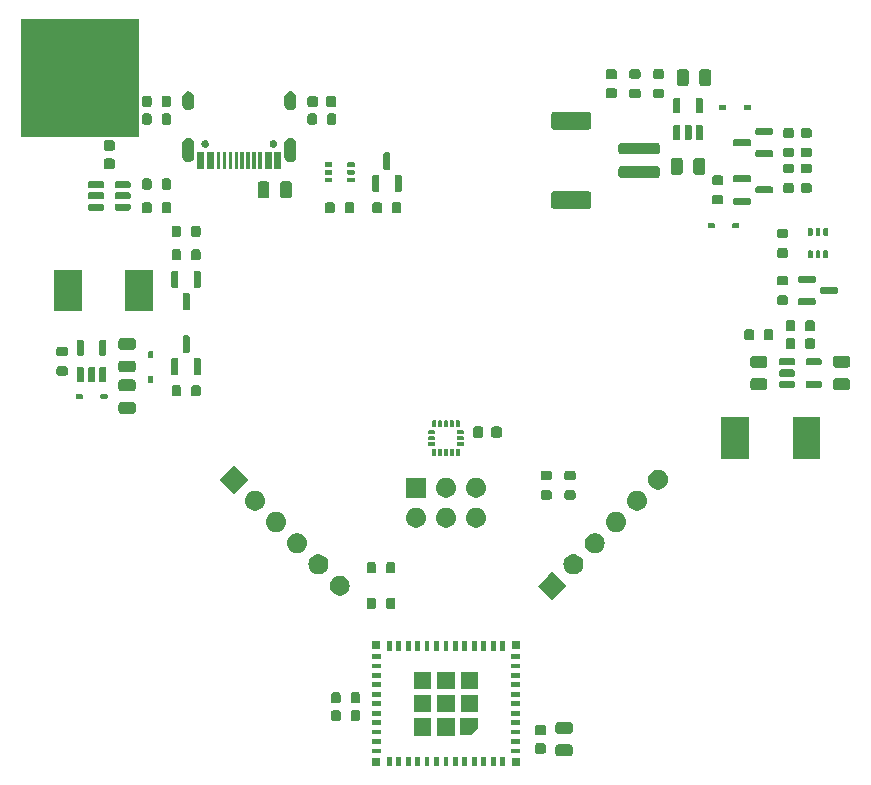
<source format=gbr>
%TF.GenerationSoftware,KiCad,Pcbnew,8.99.0-77eaa75db1*%
%TF.CreationDate,2024-12-04T17:57:04+01:00*%
%TF.ProjectId,geheimbadge-controller,67656865-696d-4626-9164-67652d636f6e,1.0.0*%
%TF.SameCoordinates,Original*%
%TF.FileFunction,Soldermask,Top*%
%TF.FilePolarity,Negative*%
%FSLAX46Y46*%
G04 Gerber Fmt 4.6, Leading zero omitted, Abs format (unit mm)*
G04 Created by KiCad (PCBNEW 8.99.0-77eaa75db1) date 2024-12-04 17:57:04*
%MOMM*%
%LPD*%
G01*
G04 APERTURE LIST*
G04 APERTURE END LIST*
G36*
X94400000Y-148300000D02*
G01*
X93700000Y-148300000D01*
X93700000Y-147600000D01*
X94400000Y-147600000D01*
X94400000Y-148300000D01*
G37*
G36*
X95400000Y-148300000D02*
G01*
X95000000Y-148300000D01*
X95000000Y-147500000D01*
X95400000Y-147500000D01*
X95400000Y-148300000D01*
G37*
G36*
X96200000Y-148300000D02*
G01*
X95800000Y-148300000D01*
X95800000Y-147500000D01*
X96200000Y-147500000D01*
X96200000Y-148300000D01*
G37*
G36*
X97000000Y-148300000D02*
G01*
X96600000Y-148300000D01*
X96600000Y-147500000D01*
X97000000Y-147500000D01*
X97000000Y-148300000D01*
G37*
G36*
X97800000Y-148300000D02*
G01*
X97400000Y-148300000D01*
X97400000Y-147500000D01*
X97800000Y-147500000D01*
X97800000Y-148300000D01*
G37*
G36*
X98600000Y-148300000D02*
G01*
X98200000Y-148300000D01*
X98200000Y-147500000D01*
X98600000Y-147500000D01*
X98600000Y-148300000D01*
G37*
G36*
X99400000Y-148300000D02*
G01*
X99000000Y-148300000D01*
X99000000Y-147500000D01*
X99400000Y-147500000D01*
X99400000Y-148300000D01*
G37*
G36*
X100200000Y-148300000D02*
G01*
X99800000Y-148300000D01*
X99800000Y-147500000D01*
X100200000Y-147500000D01*
X100200000Y-148300000D01*
G37*
G36*
X101000000Y-148300000D02*
G01*
X100600000Y-148300000D01*
X100600000Y-147500000D01*
X101000000Y-147500000D01*
X101000000Y-148300000D01*
G37*
G36*
X101800000Y-148300000D02*
G01*
X101400000Y-148300000D01*
X101400000Y-147500000D01*
X101800000Y-147500000D01*
X101800000Y-148300000D01*
G37*
G36*
X102600000Y-148300000D02*
G01*
X102200000Y-148300000D01*
X102200000Y-147500000D01*
X102600000Y-147500000D01*
X102600000Y-148300000D01*
G37*
G36*
X103400000Y-148300000D02*
G01*
X103000000Y-148300000D01*
X103000000Y-147500000D01*
X103400000Y-147500000D01*
X103400000Y-148300000D01*
G37*
G36*
X104200000Y-148300000D02*
G01*
X103800000Y-148300000D01*
X103800000Y-147500000D01*
X104200000Y-147500000D01*
X104200000Y-148300000D01*
G37*
G36*
X105000000Y-148300000D02*
G01*
X104600000Y-148300000D01*
X104600000Y-147500000D01*
X105000000Y-147500000D01*
X105000000Y-148300000D01*
G37*
G36*
X106300000Y-148300000D02*
G01*
X105600000Y-148300000D01*
X105600000Y-147600000D01*
X106300000Y-147600000D01*
X106300000Y-148300000D01*
G37*
G36*
X110479116Y-146450818D02*
G01*
X110530379Y-146456766D01*
X110547892Y-146464499D01*
X110570671Y-146469030D01*
X110595057Y-146485324D01*
X110615788Y-146494478D01*
X110629946Y-146508636D01*
X110651777Y-146523223D01*
X110666363Y-146545053D01*
X110680521Y-146559211D01*
X110689673Y-146579939D01*
X110705970Y-146604329D01*
X110710501Y-146627109D01*
X110718233Y-146644620D01*
X110724178Y-146695872D01*
X110725000Y-146700000D01*
X110725000Y-147200000D01*
X110724178Y-147204128D01*
X110718233Y-147255379D01*
X110710501Y-147272888D01*
X110705970Y-147295671D01*
X110689672Y-147320062D01*
X110680521Y-147340788D01*
X110666365Y-147354943D01*
X110651777Y-147376777D01*
X110629943Y-147391365D01*
X110615788Y-147405521D01*
X110595062Y-147414672D01*
X110570671Y-147430970D01*
X110547888Y-147435501D01*
X110530379Y-147443233D01*
X110479129Y-147449178D01*
X110475000Y-147450000D01*
X109525000Y-147450000D01*
X109520873Y-147449179D01*
X109469620Y-147443233D01*
X109452109Y-147435501D01*
X109429329Y-147430970D01*
X109404939Y-147414673D01*
X109384211Y-147405521D01*
X109370053Y-147391363D01*
X109348223Y-147376777D01*
X109333636Y-147354946D01*
X109319478Y-147340788D01*
X109310324Y-147320057D01*
X109294030Y-147295671D01*
X109289499Y-147272892D01*
X109281766Y-147255379D01*
X109275818Y-147204117D01*
X109275000Y-147200000D01*
X109275000Y-146700000D01*
X109275818Y-146695885D01*
X109281766Y-146644620D01*
X109289499Y-146627105D01*
X109294030Y-146604329D01*
X109310323Y-146579944D01*
X109319478Y-146559211D01*
X109333638Y-146545050D01*
X109348223Y-146523223D01*
X109370050Y-146508638D01*
X109384211Y-146494478D01*
X109404944Y-146485323D01*
X109429329Y-146469030D01*
X109452105Y-146464499D01*
X109469620Y-146456766D01*
X109520884Y-146450818D01*
X109525000Y-146450000D01*
X110475000Y-146450000D01*
X110479116Y-146450818D01*
G37*
G36*
X108336104Y-146342127D02*
G01*
X108409099Y-146390901D01*
X108457873Y-146463896D01*
X108475000Y-146550000D01*
X108475000Y-147000000D01*
X108457873Y-147086104D01*
X108409099Y-147159099D01*
X108336104Y-147207873D01*
X108250000Y-147225000D01*
X107750000Y-147225000D01*
X107663896Y-147207873D01*
X107590901Y-147159099D01*
X107542127Y-147086104D01*
X107525000Y-147000000D01*
X107525000Y-146550000D01*
X107542127Y-146463896D01*
X107590901Y-146390901D01*
X107663896Y-146342127D01*
X107750000Y-146325000D01*
X108250000Y-146325000D01*
X108336104Y-146342127D01*
G37*
G36*
X94500000Y-147200000D02*
G01*
X93700000Y-147200000D01*
X93700000Y-146800000D01*
X94500000Y-146800000D01*
X94500000Y-147200000D01*
G37*
G36*
X106300000Y-147200000D02*
G01*
X105500000Y-147200000D01*
X105500000Y-146800000D01*
X106300000Y-146800000D01*
X106300000Y-147200000D01*
G37*
G36*
X94500000Y-146400000D02*
G01*
X93700000Y-146400000D01*
X93700000Y-146000000D01*
X94500000Y-146000000D01*
X94500000Y-146400000D01*
G37*
G36*
X106300000Y-146400000D02*
G01*
X105500000Y-146400000D01*
X105500000Y-146000000D01*
X106300000Y-146000000D01*
X106300000Y-146400000D01*
G37*
G36*
X98755000Y-145695000D02*
G01*
X97305000Y-145695000D01*
X97305000Y-144245000D01*
X98755000Y-144245000D01*
X98755000Y-145695000D01*
G37*
G36*
X100725000Y-145695000D02*
G01*
X99275000Y-145695000D01*
X99275000Y-144245000D01*
X100725000Y-144245000D01*
X100725000Y-145695000D01*
G37*
G36*
X102683536Y-144226464D02*
G01*
X102685000Y-144230000D01*
X102685000Y-145080000D01*
X102683536Y-145083536D01*
X102083536Y-145683536D01*
X102080000Y-145685000D01*
X102069896Y-145685000D01*
X101240104Y-145685000D01*
X101230000Y-145685000D01*
X101226464Y-145683536D01*
X101225000Y-145680000D01*
X101225000Y-144230000D01*
X101226464Y-144226464D01*
X101230000Y-144225000D01*
X102680000Y-144225000D01*
X102683536Y-144226464D01*
G37*
G36*
X108336104Y-144792127D02*
G01*
X108409099Y-144840901D01*
X108457873Y-144913896D01*
X108475000Y-145000000D01*
X108475000Y-145450000D01*
X108457873Y-145536104D01*
X108409099Y-145609099D01*
X108336104Y-145657873D01*
X108250000Y-145675000D01*
X107750000Y-145675000D01*
X107663896Y-145657873D01*
X107590901Y-145609099D01*
X107542127Y-145536104D01*
X107525000Y-145450000D01*
X107525000Y-145000000D01*
X107542127Y-144913896D01*
X107590901Y-144840901D01*
X107663896Y-144792127D01*
X107750000Y-144775000D01*
X108250000Y-144775000D01*
X108336104Y-144792127D01*
G37*
G36*
X94500000Y-145600000D02*
G01*
X93700000Y-145600000D01*
X93700000Y-145200000D01*
X94500000Y-145200000D01*
X94500000Y-145600000D01*
G37*
G36*
X106300000Y-145600000D02*
G01*
X105500000Y-145600000D01*
X105500000Y-145200000D01*
X106300000Y-145200000D01*
X106300000Y-145600000D01*
G37*
G36*
X110479116Y-144550818D02*
G01*
X110530379Y-144556766D01*
X110547892Y-144564499D01*
X110570671Y-144569030D01*
X110595057Y-144585324D01*
X110615788Y-144594478D01*
X110629946Y-144608636D01*
X110651777Y-144623223D01*
X110666363Y-144645053D01*
X110680521Y-144659211D01*
X110689673Y-144679939D01*
X110705970Y-144704329D01*
X110710501Y-144727109D01*
X110718233Y-144744620D01*
X110724178Y-144795872D01*
X110725000Y-144800000D01*
X110725000Y-145300000D01*
X110724178Y-145304128D01*
X110718233Y-145355379D01*
X110710501Y-145372888D01*
X110705970Y-145395671D01*
X110689672Y-145420062D01*
X110680521Y-145440788D01*
X110666365Y-145454943D01*
X110651777Y-145476777D01*
X110629943Y-145491365D01*
X110615788Y-145505521D01*
X110595062Y-145514672D01*
X110570671Y-145530970D01*
X110547888Y-145535501D01*
X110530379Y-145543233D01*
X110479129Y-145549178D01*
X110475000Y-145550000D01*
X109525000Y-145550000D01*
X109520873Y-145549179D01*
X109469620Y-145543233D01*
X109452109Y-145535501D01*
X109429329Y-145530970D01*
X109404939Y-145514673D01*
X109384211Y-145505521D01*
X109370053Y-145491363D01*
X109348223Y-145476777D01*
X109333636Y-145454946D01*
X109319478Y-145440788D01*
X109310324Y-145420057D01*
X109294030Y-145395671D01*
X109289499Y-145372892D01*
X109281766Y-145355379D01*
X109275818Y-145304117D01*
X109275000Y-145300000D01*
X109275000Y-144800000D01*
X109275818Y-144795885D01*
X109281766Y-144744620D01*
X109289499Y-144727105D01*
X109294030Y-144704329D01*
X109310323Y-144679944D01*
X109319478Y-144659211D01*
X109333638Y-144645050D01*
X109348223Y-144623223D01*
X109370050Y-144608638D01*
X109384211Y-144594478D01*
X109404944Y-144585323D01*
X109429329Y-144569030D01*
X109452105Y-144564499D01*
X109469620Y-144556766D01*
X109520884Y-144550818D01*
X109525000Y-144550000D01*
X110475000Y-144550000D01*
X110479116Y-144550818D01*
G37*
G36*
X94500000Y-144800000D02*
G01*
X93700000Y-144800000D01*
X93700000Y-144400000D01*
X94500000Y-144400000D01*
X94500000Y-144800000D01*
G37*
G36*
X106300000Y-144800000D02*
G01*
X105500000Y-144800000D01*
X105500000Y-144400000D01*
X106300000Y-144400000D01*
X106300000Y-144800000D01*
G37*
G36*
X90951537Y-143540224D02*
G01*
X91016421Y-143583579D01*
X91059776Y-143648463D01*
X91075000Y-143725000D01*
X91075000Y-144275000D01*
X91059776Y-144351537D01*
X91016421Y-144416421D01*
X90951537Y-144459776D01*
X90875000Y-144475000D01*
X90475000Y-144475000D01*
X90398463Y-144459776D01*
X90333579Y-144416421D01*
X90290224Y-144351537D01*
X90275000Y-144275000D01*
X90275000Y-143725000D01*
X90290224Y-143648463D01*
X90333579Y-143583579D01*
X90398463Y-143540224D01*
X90475000Y-143525000D01*
X90875000Y-143525000D01*
X90951537Y-143540224D01*
G37*
G36*
X92601537Y-143540224D02*
G01*
X92666421Y-143583579D01*
X92709776Y-143648463D01*
X92725000Y-143725000D01*
X92725000Y-144275000D01*
X92709776Y-144351537D01*
X92666421Y-144416421D01*
X92601537Y-144459776D01*
X92525000Y-144475000D01*
X92125000Y-144475000D01*
X92048463Y-144459776D01*
X91983579Y-144416421D01*
X91940224Y-144351537D01*
X91925000Y-144275000D01*
X91925000Y-143725000D01*
X91940224Y-143648463D01*
X91983579Y-143583579D01*
X92048463Y-143540224D01*
X92125000Y-143525000D01*
X92525000Y-143525000D01*
X92601537Y-143540224D01*
G37*
G36*
X94500000Y-144000000D02*
G01*
X93700000Y-144000000D01*
X93700000Y-143600000D01*
X94500000Y-143600000D01*
X94500000Y-144000000D01*
G37*
G36*
X106300000Y-144000000D02*
G01*
X105500000Y-144000000D01*
X105500000Y-143600000D01*
X106300000Y-143600000D01*
X106300000Y-144000000D01*
G37*
G36*
X98755000Y-143725000D02*
G01*
X97305000Y-143725000D01*
X97305000Y-142275000D01*
X98755000Y-142275000D01*
X98755000Y-143725000D01*
G37*
G36*
X100725000Y-143725000D02*
G01*
X99275000Y-143725000D01*
X99275000Y-142275000D01*
X100725000Y-142275000D01*
X100725000Y-143725000D01*
G37*
G36*
X102705000Y-143725000D02*
G01*
X101255000Y-143725000D01*
X101255000Y-142275000D01*
X102705000Y-142275000D01*
X102705000Y-143725000D01*
G37*
G36*
X94500000Y-143200000D02*
G01*
X93700000Y-143200000D01*
X93700000Y-142800000D01*
X94500000Y-142800000D01*
X94500000Y-143200000D01*
G37*
G36*
X106300000Y-143200000D02*
G01*
X105500000Y-143200000D01*
X105500000Y-142800000D01*
X106300000Y-142800000D01*
X106300000Y-143200000D01*
G37*
G36*
X90951537Y-142040224D02*
G01*
X91016421Y-142083579D01*
X91059776Y-142148463D01*
X91075000Y-142225000D01*
X91075000Y-142775000D01*
X91059776Y-142851537D01*
X91016421Y-142916421D01*
X90951537Y-142959776D01*
X90875000Y-142975000D01*
X90475000Y-142975000D01*
X90398463Y-142959776D01*
X90333579Y-142916421D01*
X90290224Y-142851537D01*
X90275000Y-142775000D01*
X90275000Y-142225000D01*
X90290224Y-142148463D01*
X90333579Y-142083579D01*
X90398463Y-142040224D01*
X90475000Y-142025000D01*
X90875000Y-142025000D01*
X90951537Y-142040224D01*
G37*
G36*
X92601537Y-142040224D02*
G01*
X92666421Y-142083579D01*
X92709776Y-142148463D01*
X92725000Y-142225000D01*
X92725000Y-142775000D01*
X92709776Y-142851537D01*
X92666421Y-142916421D01*
X92601537Y-142959776D01*
X92525000Y-142975000D01*
X92125000Y-142975000D01*
X92048463Y-142959776D01*
X91983579Y-142916421D01*
X91940224Y-142851537D01*
X91925000Y-142775000D01*
X91925000Y-142225000D01*
X91940224Y-142148463D01*
X91983579Y-142083579D01*
X92048463Y-142040224D01*
X92125000Y-142025000D01*
X92525000Y-142025000D01*
X92601537Y-142040224D01*
G37*
G36*
X94500000Y-142400000D02*
G01*
X93700000Y-142400000D01*
X93700000Y-142000000D01*
X94500000Y-142000000D01*
X94500000Y-142400000D01*
G37*
G36*
X106300000Y-142400000D02*
G01*
X105500000Y-142400000D01*
X105500000Y-142000000D01*
X106300000Y-142000000D01*
X106300000Y-142400000D01*
G37*
G36*
X98755000Y-141745000D02*
G01*
X97305000Y-141745000D01*
X97305000Y-140295000D01*
X98755000Y-140295000D01*
X98755000Y-141745000D01*
G37*
G36*
X100725000Y-141745000D02*
G01*
X99275000Y-141745000D01*
X99275000Y-140295000D01*
X100725000Y-140295000D01*
X100725000Y-141745000D01*
G37*
G36*
X102705000Y-141745000D02*
G01*
X101255000Y-141745000D01*
X101255000Y-140295000D01*
X102705000Y-140295000D01*
X102705000Y-141745000D01*
G37*
G36*
X94500000Y-141600000D02*
G01*
X93700000Y-141600000D01*
X93700000Y-141200000D01*
X94500000Y-141200000D01*
X94500000Y-141600000D01*
G37*
G36*
X106300000Y-141600000D02*
G01*
X105500000Y-141600000D01*
X105500000Y-141200000D01*
X106300000Y-141200000D01*
X106300000Y-141600000D01*
G37*
G36*
X94500000Y-140800000D02*
G01*
X93700000Y-140800000D01*
X93700000Y-140400000D01*
X94500000Y-140400000D01*
X94500000Y-140800000D01*
G37*
G36*
X106300000Y-140800000D02*
G01*
X105500000Y-140800000D01*
X105500000Y-140400000D01*
X106300000Y-140400000D01*
X106300000Y-140800000D01*
G37*
G36*
X94500000Y-140000000D02*
G01*
X93700000Y-140000000D01*
X93700000Y-139600000D01*
X94500000Y-139600000D01*
X94500000Y-140000000D01*
G37*
G36*
X106300000Y-140000000D02*
G01*
X105500000Y-140000000D01*
X105500000Y-139600000D01*
X106300000Y-139600000D01*
X106300000Y-140000000D01*
G37*
G36*
X94500000Y-139200000D02*
G01*
X93700000Y-139200000D01*
X93700000Y-138800000D01*
X94500000Y-138800000D01*
X94500000Y-139200000D01*
G37*
G36*
X106300000Y-139200000D02*
G01*
X105500000Y-139200000D01*
X105500000Y-138800000D01*
X106300000Y-138800000D01*
X106300000Y-139200000D01*
G37*
G36*
X95400000Y-138500000D02*
G01*
X95000000Y-138500000D01*
X95000000Y-137700000D01*
X95400000Y-137700000D01*
X95400000Y-138500000D01*
G37*
G36*
X96200000Y-138500000D02*
G01*
X95800000Y-138500000D01*
X95800000Y-137700000D01*
X96200000Y-137700000D01*
X96200000Y-138500000D01*
G37*
G36*
X97000000Y-138500000D02*
G01*
X96600000Y-138500000D01*
X96600000Y-137700000D01*
X97000000Y-137700000D01*
X97000000Y-138500000D01*
G37*
G36*
X97800000Y-138500000D02*
G01*
X97400000Y-138500000D01*
X97400000Y-137700000D01*
X97800000Y-137700000D01*
X97800000Y-138500000D01*
G37*
G36*
X98600000Y-138500000D02*
G01*
X98200000Y-138500000D01*
X98200000Y-137700000D01*
X98600000Y-137700000D01*
X98600000Y-138500000D01*
G37*
G36*
X99400000Y-138500000D02*
G01*
X99000000Y-138500000D01*
X99000000Y-137700000D01*
X99400000Y-137700000D01*
X99400000Y-138500000D01*
G37*
G36*
X100200000Y-138500000D02*
G01*
X99800000Y-138500000D01*
X99800000Y-137700000D01*
X100200000Y-137700000D01*
X100200000Y-138500000D01*
G37*
G36*
X101000000Y-138500000D02*
G01*
X100600000Y-138500000D01*
X100600000Y-137700000D01*
X101000000Y-137700000D01*
X101000000Y-138500000D01*
G37*
G36*
X101800000Y-138500000D02*
G01*
X101400000Y-138500000D01*
X101400000Y-137700000D01*
X101800000Y-137700000D01*
X101800000Y-138500000D01*
G37*
G36*
X102600000Y-138500000D02*
G01*
X102200000Y-138500000D01*
X102200000Y-137700000D01*
X102600000Y-137700000D01*
X102600000Y-138500000D01*
G37*
G36*
X103400000Y-138500000D02*
G01*
X103000000Y-138500000D01*
X103000000Y-137700000D01*
X103400000Y-137700000D01*
X103400000Y-138500000D01*
G37*
G36*
X104200000Y-138500000D02*
G01*
X103800000Y-138500000D01*
X103800000Y-137700000D01*
X104200000Y-137700000D01*
X104200000Y-138500000D01*
G37*
G36*
X105000000Y-138500000D02*
G01*
X104600000Y-138500000D01*
X104600000Y-137700000D01*
X105000000Y-137700000D01*
X105000000Y-138500000D01*
G37*
G36*
X94400000Y-138400000D02*
G01*
X93700000Y-138400000D01*
X93700000Y-137700000D01*
X94400000Y-137700000D01*
X94400000Y-138400000D01*
G37*
G36*
X106300000Y-138400000D02*
G01*
X105600000Y-138400000D01*
X105600000Y-137700000D01*
X106300000Y-137700000D01*
X106300000Y-138400000D01*
G37*
G36*
X93951537Y-134040224D02*
G01*
X94016421Y-134083579D01*
X94059776Y-134148463D01*
X94075000Y-134225000D01*
X94075000Y-134775000D01*
X94059776Y-134851537D01*
X94016421Y-134916421D01*
X93951537Y-134959776D01*
X93875000Y-134975000D01*
X93475000Y-134975000D01*
X93398463Y-134959776D01*
X93333579Y-134916421D01*
X93290224Y-134851537D01*
X93275000Y-134775000D01*
X93275000Y-134225000D01*
X93290224Y-134148463D01*
X93333579Y-134083579D01*
X93398463Y-134040224D01*
X93475000Y-134025000D01*
X93875000Y-134025000D01*
X93951537Y-134040224D01*
G37*
G36*
X95601537Y-134040224D02*
G01*
X95666421Y-134083579D01*
X95709776Y-134148463D01*
X95725000Y-134225000D01*
X95725000Y-134775000D01*
X95709776Y-134851537D01*
X95666421Y-134916421D01*
X95601537Y-134959776D01*
X95525000Y-134975000D01*
X95125000Y-134975000D01*
X95048463Y-134959776D01*
X94983579Y-134916421D01*
X94940224Y-134851537D01*
X94925000Y-134775000D01*
X94925000Y-134225000D01*
X94940224Y-134148463D01*
X94983579Y-134083579D01*
X95048463Y-134040224D01*
X95125000Y-134025000D01*
X95525000Y-134025000D01*
X95601537Y-134040224D01*
G37*
G36*
X108402718Y-134285110D02*
G01*
X108402956Y-134285687D01*
X108402718Y-134286263D01*
X108402140Y-134286502D01*
X108401562Y-134286263D01*
X108401324Y-134285687D01*
X108401562Y-134285110D01*
X108402140Y-134284871D01*
X108402718Y-134285110D01*
G37*
G36*
X110202082Y-133000000D02*
G01*
X109000000Y-134202082D01*
X107797918Y-133000000D01*
X108643262Y-132154656D01*
X108996462Y-131801455D01*
X108996465Y-131801452D01*
X109000000Y-131797918D01*
X110202082Y-133000000D01*
G37*
G36*
X91262664Y-132191602D02*
G01*
X91425000Y-132263878D01*
X91568761Y-132368327D01*
X91687664Y-132500383D01*
X91776514Y-132654274D01*
X91831425Y-132823275D01*
X91850000Y-133000000D01*
X91831425Y-133176725D01*
X91776514Y-133345726D01*
X91687664Y-133499617D01*
X91568761Y-133631673D01*
X91425000Y-133736122D01*
X91262664Y-133808398D01*
X91088849Y-133845344D01*
X90911151Y-133845344D01*
X90737336Y-133808398D01*
X90575000Y-133736122D01*
X90431239Y-133631673D01*
X90312336Y-133499617D01*
X90223486Y-133345726D01*
X90168575Y-133176725D01*
X90150000Y-133000000D01*
X90168575Y-132823275D01*
X90223486Y-132654274D01*
X90312336Y-132500383D01*
X90431239Y-132368327D01*
X90575000Y-132263878D01*
X90737336Y-132191602D01*
X90911151Y-132154656D01*
X91088849Y-132154656D01*
X91262664Y-132191602D01*
G37*
G36*
X89466613Y-130395551D02*
G01*
X89628949Y-130467827D01*
X89772710Y-130572276D01*
X89891613Y-130704332D01*
X89980463Y-130858223D01*
X90035374Y-131027224D01*
X90053949Y-131203949D01*
X90035374Y-131380674D01*
X89980463Y-131549675D01*
X89891613Y-131703566D01*
X89772710Y-131835622D01*
X89628949Y-131940071D01*
X89466613Y-132012347D01*
X89292798Y-132049293D01*
X89115100Y-132049293D01*
X88941285Y-132012347D01*
X88778949Y-131940071D01*
X88635188Y-131835622D01*
X88516285Y-131703566D01*
X88427435Y-131549675D01*
X88372524Y-131380674D01*
X88353949Y-131203949D01*
X88372524Y-131027224D01*
X88427435Y-130858223D01*
X88516285Y-130704332D01*
X88635188Y-130572276D01*
X88778949Y-130467827D01*
X88941285Y-130395551D01*
X89115100Y-130358605D01*
X89292798Y-130358605D01*
X89466613Y-130395551D01*
G37*
G36*
X111058715Y-130395551D02*
G01*
X111221051Y-130467827D01*
X111364812Y-130572276D01*
X111483715Y-130704332D01*
X111572565Y-130858223D01*
X111627476Y-131027224D01*
X111646051Y-131203949D01*
X111627476Y-131380674D01*
X111572565Y-131549675D01*
X111483715Y-131703566D01*
X111364812Y-131835622D01*
X111221051Y-131940071D01*
X111058715Y-132012347D01*
X110884900Y-132049293D01*
X110707202Y-132049293D01*
X110533387Y-132012347D01*
X110371051Y-131940071D01*
X110227290Y-131835622D01*
X110108387Y-131703566D01*
X110019537Y-131549675D01*
X109964626Y-131380674D01*
X109946051Y-131203949D01*
X109964626Y-131027224D01*
X110019537Y-130858223D01*
X110108387Y-130704332D01*
X110227290Y-130572276D01*
X110371051Y-130467827D01*
X110533387Y-130395551D01*
X110707202Y-130358605D01*
X110884900Y-130358605D01*
X111058715Y-130395551D01*
G37*
G36*
X93951537Y-131040224D02*
G01*
X94016421Y-131083579D01*
X94059776Y-131148463D01*
X94075000Y-131225000D01*
X94075000Y-131775000D01*
X94059776Y-131851537D01*
X94016421Y-131916421D01*
X93951537Y-131959776D01*
X93875000Y-131975000D01*
X93475000Y-131975000D01*
X93398463Y-131959776D01*
X93333579Y-131916421D01*
X93290224Y-131851537D01*
X93275000Y-131775000D01*
X93275000Y-131225000D01*
X93290224Y-131148463D01*
X93333579Y-131083579D01*
X93398463Y-131040224D01*
X93475000Y-131025000D01*
X93875000Y-131025000D01*
X93951537Y-131040224D01*
G37*
G36*
X95601537Y-131040224D02*
G01*
X95666421Y-131083579D01*
X95709776Y-131148463D01*
X95725000Y-131225000D01*
X95725000Y-131775000D01*
X95709776Y-131851537D01*
X95666421Y-131916421D01*
X95601537Y-131959776D01*
X95525000Y-131975000D01*
X95125000Y-131975000D01*
X95048463Y-131959776D01*
X94983579Y-131916421D01*
X94940224Y-131851537D01*
X94925000Y-131775000D01*
X94925000Y-131225000D01*
X94940224Y-131148463D01*
X94983579Y-131083579D01*
X95048463Y-131040224D01*
X95125000Y-131025000D01*
X95525000Y-131025000D01*
X95601537Y-131040224D01*
G37*
G36*
X87670562Y-128599500D02*
G01*
X87832898Y-128671776D01*
X87976659Y-128776225D01*
X88095562Y-128908281D01*
X88184412Y-129062172D01*
X88239323Y-129231173D01*
X88257898Y-129407898D01*
X88239323Y-129584623D01*
X88184412Y-129753624D01*
X88095562Y-129907515D01*
X87976659Y-130039571D01*
X87832898Y-130144020D01*
X87670562Y-130216296D01*
X87496747Y-130253242D01*
X87319049Y-130253242D01*
X87145234Y-130216296D01*
X86982898Y-130144020D01*
X86839137Y-130039571D01*
X86720234Y-129907515D01*
X86631384Y-129753624D01*
X86576473Y-129584623D01*
X86557898Y-129407898D01*
X86576473Y-129231173D01*
X86631384Y-129062172D01*
X86720234Y-128908281D01*
X86839137Y-128776225D01*
X86982898Y-128671776D01*
X87145234Y-128599500D01*
X87319049Y-128562554D01*
X87496747Y-128562554D01*
X87670562Y-128599500D01*
G37*
G36*
X112854766Y-128599500D02*
G01*
X113017102Y-128671776D01*
X113160863Y-128776225D01*
X113279766Y-128908281D01*
X113368616Y-129062172D01*
X113423527Y-129231173D01*
X113442102Y-129407898D01*
X113423527Y-129584623D01*
X113368616Y-129753624D01*
X113279766Y-129907515D01*
X113160863Y-130039571D01*
X113017102Y-130144020D01*
X112854766Y-130216296D01*
X112680951Y-130253242D01*
X112503253Y-130253242D01*
X112329438Y-130216296D01*
X112167102Y-130144020D01*
X112023341Y-130039571D01*
X111904438Y-129907515D01*
X111815588Y-129753624D01*
X111760677Y-129584623D01*
X111742102Y-129407898D01*
X111760677Y-129231173D01*
X111815588Y-129062172D01*
X111904438Y-128908281D01*
X112023341Y-128776225D01*
X112167102Y-128671776D01*
X112329438Y-128599500D01*
X112503253Y-128562554D01*
X112680951Y-128562554D01*
X112854766Y-128599500D01*
G37*
G36*
X85874510Y-126803448D02*
G01*
X86036846Y-126875724D01*
X86180607Y-126980173D01*
X86299510Y-127112229D01*
X86388360Y-127266120D01*
X86443271Y-127435121D01*
X86461846Y-127611846D01*
X86443271Y-127788571D01*
X86388360Y-127957572D01*
X86299510Y-128111463D01*
X86180607Y-128243519D01*
X86036846Y-128347968D01*
X85874510Y-128420244D01*
X85700695Y-128457190D01*
X85522997Y-128457190D01*
X85349182Y-128420244D01*
X85186846Y-128347968D01*
X85043085Y-128243519D01*
X84924182Y-128111463D01*
X84835332Y-127957572D01*
X84780421Y-127788571D01*
X84761846Y-127611846D01*
X84780421Y-127435121D01*
X84835332Y-127266120D01*
X84924182Y-127112229D01*
X85043085Y-126980173D01*
X85186846Y-126875724D01*
X85349182Y-126803448D01*
X85522997Y-126766502D01*
X85700695Y-126766502D01*
X85874510Y-126803448D01*
G37*
G36*
X114650818Y-126803448D02*
G01*
X114813154Y-126875724D01*
X114956915Y-126980173D01*
X115075818Y-127112229D01*
X115164668Y-127266120D01*
X115219579Y-127435121D01*
X115238154Y-127611846D01*
X115219579Y-127788571D01*
X115164668Y-127957572D01*
X115075818Y-128111463D01*
X114956915Y-128243519D01*
X114813154Y-128347968D01*
X114650818Y-128420244D01*
X114477003Y-128457190D01*
X114299305Y-128457190D01*
X114125490Y-128420244D01*
X113963154Y-128347968D01*
X113819393Y-128243519D01*
X113700490Y-128111463D01*
X113611640Y-127957572D01*
X113556729Y-127788571D01*
X113538154Y-127611846D01*
X113556729Y-127435121D01*
X113611640Y-127266120D01*
X113700490Y-127112229D01*
X113819393Y-126980173D01*
X113963154Y-126875724D01*
X114125490Y-126803448D01*
X114299305Y-126766502D01*
X114477003Y-126766502D01*
X114650818Y-126803448D01*
G37*
G36*
X97737664Y-126441602D02*
G01*
X97900000Y-126513878D01*
X98043761Y-126618327D01*
X98162664Y-126750383D01*
X98251514Y-126904274D01*
X98306425Y-127073275D01*
X98325000Y-127250000D01*
X98306425Y-127426725D01*
X98251514Y-127595726D01*
X98162664Y-127749617D01*
X98043761Y-127881673D01*
X97900000Y-127986122D01*
X97737664Y-128058398D01*
X97563849Y-128095344D01*
X97386151Y-128095344D01*
X97212336Y-128058398D01*
X97050000Y-127986122D01*
X96906239Y-127881673D01*
X96787336Y-127749617D01*
X96698486Y-127595726D01*
X96643575Y-127426725D01*
X96625000Y-127250000D01*
X96643575Y-127073275D01*
X96698486Y-126904274D01*
X96787336Y-126750383D01*
X96906239Y-126618327D01*
X97050000Y-126513878D01*
X97212336Y-126441602D01*
X97386151Y-126404656D01*
X97563849Y-126404656D01*
X97737664Y-126441602D01*
G37*
G36*
X100277664Y-126441602D02*
G01*
X100440000Y-126513878D01*
X100583761Y-126618327D01*
X100702664Y-126750383D01*
X100791514Y-126904274D01*
X100846425Y-127073275D01*
X100865000Y-127250000D01*
X100846425Y-127426725D01*
X100791514Y-127595726D01*
X100702664Y-127749617D01*
X100583761Y-127881673D01*
X100440000Y-127986122D01*
X100277664Y-128058398D01*
X100103849Y-128095344D01*
X99926151Y-128095344D01*
X99752336Y-128058398D01*
X99590000Y-127986122D01*
X99446239Y-127881673D01*
X99327336Y-127749617D01*
X99238486Y-127595726D01*
X99183575Y-127426725D01*
X99165000Y-127250000D01*
X99183575Y-127073275D01*
X99238486Y-126904274D01*
X99327336Y-126750383D01*
X99446239Y-126618327D01*
X99590000Y-126513878D01*
X99752336Y-126441602D01*
X99926151Y-126404656D01*
X100103849Y-126404656D01*
X100277664Y-126441602D01*
G37*
G36*
X102817664Y-126441602D02*
G01*
X102980000Y-126513878D01*
X103123761Y-126618327D01*
X103242664Y-126750383D01*
X103331514Y-126904274D01*
X103386425Y-127073275D01*
X103405000Y-127250000D01*
X103386425Y-127426725D01*
X103331514Y-127595726D01*
X103242664Y-127749617D01*
X103123761Y-127881673D01*
X102980000Y-127986122D01*
X102817664Y-128058398D01*
X102643849Y-128095344D01*
X102466151Y-128095344D01*
X102292336Y-128058398D01*
X102130000Y-127986122D01*
X101986239Y-127881673D01*
X101867336Y-127749617D01*
X101778486Y-127595726D01*
X101723575Y-127426725D01*
X101705000Y-127250000D01*
X101723575Y-127073275D01*
X101778486Y-126904274D01*
X101867336Y-126750383D01*
X101986239Y-126618327D01*
X102130000Y-126513878D01*
X102292336Y-126441602D01*
X102466151Y-126404656D01*
X102643849Y-126404656D01*
X102817664Y-126441602D01*
G37*
G36*
X84078459Y-125007397D02*
G01*
X84240795Y-125079673D01*
X84384556Y-125184122D01*
X84503459Y-125316178D01*
X84592309Y-125470069D01*
X84647220Y-125639070D01*
X84665795Y-125815795D01*
X84647220Y-125992520D01*
X84592309Y-126161521D01*
X84503459Y-126315412D01*
X84384556Y-126447468D01*
X84240795Y-126551917D01*
X84078459Y-126624193D01*
X83904644Y-126661139D01*
X83726946Y-126661139D01*
X83553131Y-126624193D01*
X83390795Y-126551917D01*
X83247034Y-126447468D01*
X83128131Y-126315412D01*
X83039281Y-126161521D01*
X82984370Y-125992520D01*
X82965795Y-125815795D01*
X82984370Y-125639070D01*
X83039281Y-125470069D01*
X83128131Y-125316178D01*
X83247034Y-125184122D01*
X83390795Y-125079673D01*
X83553131Y-125007397D01*
X83726946Y-124970451D01*
X83904644Y-124970451D01*
X84078459Y-125007397D01*
G37*
G36*
X116446869Y-125007397D02*
G01*
X116609205Y-125079673D01*
X116752966Y-125184122D01*
X116871869Y-125316178D01*
X116960719Y-125470069D01*
X117015630Y-125639070D01*
X117034205Y-125815795D01*
X117015630Y-125992520D01*
X116960719Y-126161521D01*
X116871869Y-126315412D01*
X116752966Y-126447468D01*
X116609205Y-126551917D01*
X116446869Y-126624193D01*
X116273054Y-126661139D01*
X116095356Y-126661139D01*
X115921541Y-126624193D01*
X115759205Y-126551917D01*
X115615444Y-126447468D01*
X115496541Y-126315412D01*
X115407691Y-126161521D01*
X115352780Y-125992520D01*
X115334205Y-125815795D01*
X115352780Y-125639070D01*
X115407691Y-125470069D01*
X115496541Y-125316178D01*
X115615444Y-125184122D01*
X115759205Y-125079673D01*
X115921541Y-125007397D01*
X116095356Y-124970451D01*
X116273054Y-124970451D01*
X116446869Y-125007397D01*
G37*
G36*
X108851537Y-124940224D02*
G01*
X108916421Y-124983579D01*
X108959776Y-125048463D01*
X108975000Y-125125000D01*
X108975000Y-125525000D01*
X108959776Y-125601537D01*
X108916421Y-125666421D01*
X108851537Y-125709776D01*
X108775000Y-125725000D01*
X108225000Y-125725000D01*
X108148463Y-125709776D01*
X108083579Y-125666421D01*
X108040224Y-125601537D01*
X108025000Y-125525000D01*
X108025000Y-125125000D01*
X108040224Y-125048463D01*
X108083579Y-124983579D01*
X108148463Y-124940224D01*
X108225000Y-124925000D01*
X108775000Y-124925000D01*
X108851537Y-124940224D01*
G37*
G36*
X110851537Y-124940224D02*
G01*
X110916421Y-124983579D01*
X110959776Y-125048463D01*
X110975000Y-125125000D01*
X110975000Y-125525000D01*
X110959776Y-125601537D01*
X110916421Y-125666421D01*
X110851537Y-125709776D01*
X110775000Y-125725000D01*
X110225000Y-125725000D01*
X110148463Y-125709776D01*
X110083579Y-125666421D01*
X110040224Y-125601537D01*
X110025000Y-125525000D01*
X110025000Y-125125000D01*
X110040224Y-125048463D01*
X110083579Y-124983579D01*
X110148463Y-124940224D01*
X110225000Y-124925000D01*
X110775000Y-124925000D01*
X110851537Y-124940224D01*
G37*
G36*
X98325000Y-125560000D02*
G01*
X96625000Y-125560000D01*
X96625000Y-123860000D01*
X98325000Y-123860000D01*
X98325000Y-125560000D01*
G37*
G36*
X100277664Y-123901602D02*
G01*
X100440000Y-123973878D01*
X100583761Y-124078327D01*
X100702664Y-124210383D01*
X100791514Y-124364274D01*
X100846425Y-124533275D01*
X100865000Y-124710000D01*
X100846425Y-124886725D01*
X100791514Y-125055726D01*
X100702664Y-125209617D01*
X100583761Y-125341673D01*
X100440000Y-125446122D01*
X100277664Y-125518398D01*
X100103849Y-125555344D01*
X99926151Y-125555344D01*
X99752336Y-125518398D01*
X99590000Y-125446122D01*
X99446239Y-125341673D01*
X99327336Y-125209617D01*
X99238486Y-125055726D01*
X99183575Y-124886725D01*
X99165000Y-124710000D01*
X99183575Y-124533275D01*
X99238486Y-124364274D01*
X99327336Y-124210383D01*
X99446239Y-124078327D01*
X99590000Y-123973878D01*
X99752336Y-123901602D01*
X99926151Y-123864656D01*
X100103849Y-123864656D01*
X100277664Y-123901602D01*
G37*
G36*
X102817664Y-123901602D02*
G01*
X102980000Y-123973878D01*
X103123761Y-124078327D01*
X103242664Y-124210383D01*
X103331514Y-124364274D01*
X103386425Y-124533275D01*
X103405000Y-124710000D01*
X103386425Y-124886725D01*
X103331514Y-125055726D01*
X103242664Y-125209617D01*
X103123761Y-125341673D01*
X102980000Y-125446122D01*
X102817664Y-125518398D01*
X102643849Y-125555344D01*
X102466151Y-125555344D01*
X102292336Y-125518398D01*
X102130000Y-125446122D01*
X101986239Y-125341673D01*
X101867336Y-125209617D01*
X101778486Y-125055726D01*
X101723575Y-124886725D01*
X101705000Y-124710000D01*
X101723575Y-124533275D01*
X101778486Y-124364274D01*
X101867336Y-124210383D01*
X101986239Y-124078327D01*
X102130000Y-123973878D01*
X102292336Y-123901602D01*
X102466151Y-123864656D01*
X102643849Y-123864656D01*
X102817664Y-123901602D01*
G37*
G36*
X83221826Y-124019744D02*
G01*
X82019744Y-125221826D01*
X80817662Y-124019744D01*
X81663006Y-123174400D01*
X82016206Y-122821199D01*
X82016209Y-122821196D01*
X82019744Y-122817662D01*
X83221826Y-124019744D01*
G37*
G36*
X118242920Y-123211346D02*
G01*
X118405256Y-123283622D01*
X118549017Y-123388071D01*
X118667920Y-123520127D01*
X118756770Y-123674018D01*
X118811681Y-123843019D01*
X118830256Y-124019744D01*
X118811681Y-124196469D01*
X118756770Y-124365470D01*
X118667920Y-124519361D01*
X118549017Y-124651417D01*
X118405256Y-124755866D01*
X118242920Y-124828142D01*
X118069105Y-124865088D01*
X117891407Y-124865088D01*
X117717592Y-124828142D01*
X117555256Y-124755866D01*
X117411495Y-124651417D01*
X117292592Y-124519361D01*
X117203742Y-124365470D01*
X117148831Y-124196469D01*
X117130256Y-124019744D01*
X117148831Y-123843019D01*
X117203742Y-123674018D01*
X117292592Y-123520127D01*
X117411495Y-123388071D01*
X117555256Y-123283622D01*
X117717592Y-123211346D01*
X117891407Y-123174400D01*
X118069105Y-123174400D01*
X118242920Y-123211346D01*
G37*
G36*
X108851537Y-123290224D02*
G01*
X108916421Y-123333579D01*
X108959776Y-123398463D01*
X108975000Y-123475000D01*
X108975000Y-123875000D01*
X108959776Y-123951537D01*
X108916421Y-124016421D01*
X108851537Y-124059776D01*
X108775000Y-124075000D01*
X108225000Y-124075000D01*
X108148463Y-124059776D01*
X108083579Y-124016421D01*
X108040224Y-123951537D01*
X108025000Y-123875000D01*
X108025000Y-123475000D01*
X108040224Y-123398463D01*
X108083579Y-123333579D01*
X108148463Y-123290224D01*
X108225000Y-123275000D01*
X108775000Y-123275000D01*
X108851537Y-123290224D01*
G37*
G36*
X110851537Y-123290224D02*
G01*
X110916421Y-123333579D01*
X110959776Y-123398463D01*
X110975000Y-123475000D01*
X110975000Y-123875000D01*
X110959776Y-123951537D01*
X110916421Y-124016421D01*
X110851537Y-124059776D01*
X110775000Y-124075000D01*
X110225000Y-124075000D01*
X110148463Y-124059776D01*
X110083579Y-124016421D01*
X110040224Y-123951537D01*
X110025000Y-123875000D01*
X110025000Y-123475000D01*
X110040224Y-123398463D01*
X110083579Y-123333579D01*
X110148463Y-123290224D01*
X110225000Y-123275000D01*
X110775000Y-123275000D01*
X110851537Y-123290224D01*
G37*
G36*
X125650000Y-122250000D02*
G01*
X123300000Y-122250000D01*
X123300000Y-118750000D01*
X125650000Y-118750000D01*
X125650000Y-122250000D01*
G37*
G36*
X131700000Y-122250000D02*
G01*
X129350000Y-122250000D01*
X129350000Y-118750000D01*
X131700000Y-118750000D01*
X131700000Y-122250000D01*
G37*
G36*
X99120985Y-121456661D02*
G01*
X99149372Y-121475628D01*
X99168339Y-121504015D01*
X99175000Y-121537500D01*
X99175000Y-121912500D01*
X99168339Y-121945985D01*
X99149372Y-121974372D01*
X99120985Y-121993339D01*
X99087500Y-122000000D01*
X98912500Y-122000000D01*
X98879015Y-121993339D01*
X98850628Y-121974372D01*
X98831661Y-121945985D01*
X98825000Y-121912500D01*
X98825000Y-121537500D01*
X98831661Y-121504015D01*
X98850628Y-121475628D01*
X98879015Y-121456661D01*
X98912500Y-121450000D01*
X99087500Y-121450000D01*
X99120985Y-121456661D01*
G37*
G36*
X99620985Y-121456661D02*
G01*
X99649372Y-121475628D01*
X99668339Y-121504015D01*
X99675000Y-121537500D01*
X99675000Y-121912500D01*
X99668339Y-121945985D01*
X99649372Y-121974372D01*
X99620985Y-121993339D01*
X99587500Y-122000000D01*
X99412500Y-122000000D01*
X99379015Y-121993339D01*
X99350628Y-121974372D01*
X99331661Y-121945985D01*
X99325000Y-121912500D01*
X99325000Y-121537500D01*
X99331661Y-121504015D01*
X99350628Y-121475628D01*
X99379015Y-121456661D01*
X99412500Y-121450000D01*
X99587500Y-121450000D01*
X99620985Y-121456661D01*
G37*
G36*
X100120985Y-121456661D02*
G01*
X100149372Y-121475628D01*
X100168339Y-121504015D01*
X100175000Y-121537500D01*
X100175000Y-121912500D01*
X100168339Y-121945985D01*
X100149372Y-121974372D01*
X100120985Y-121993339D01*
X100087500Y-122000000D01*
X99912500Y-122000000D01*
X99879015Y-121993339D01*
X99850628Y-121974372D01*
X99831661Y-121945985D01*
X99825000Y-121912500D01*
X99825000Y-121537500D01*
X99831661Y-121504015D01*
X99850628Y-121475628D01*
X99879015Y-121456661D01*
X99912500Y-121450000D01*
X100087500Y-121450000D01*
X100120985Y-121456661D01*
G37*
G36*
X100620985Y-121456661D02*
G01*
X100649372Y-121475628D01*
X100668339Y-121504015D01*
X100675000Y-121537500D01*
X100675000Y-121912500D01*
X100668339Y-121945985D01*
X100649372Y-121974372D01*
X100620985Y-121993339D01*
X100587500Y-122000000D01*
X100412500Y-122000000D01*
X100379015Y-121993339D01*
X100350628Y-121974372D01*
X100331661Y-121945985D01*
X100325000Y-121912500D01*
X100325000Y-121537500D01*
X100331661Y-121504015D01*
X100350628Y-121475628D01*
X100379015Y-121456661D01*
X100412500Y-121450000D01*
X100587500Y-121450000D01*
X100620985Y-121456661D01*
G37*
G36*
X101120985Y-121456661D02*
G01*
X101149372Y-121475628D01*
X101168339Y-121504015D01*
X101175000Y-121537500D01*
X101175000Y-121912500D01*
X101168339Y-121945985D01*
X101149372Y-121974372D01*
X101120985Y-121993339D01*
X101087500Y-122000000D01*
X100912500Y-122000000D01*
X100879015Y-121993339D01*
X100850628Y-121974372D01*
X100831661Y-121945985D01*
X100825000Y-121912500D01*
X100825000Y-121537500D01*
X100831661Y-121504015D01*
X100850628Y-121475628D01*
X100879015Y-121456661D01*
X100912500Y-121450000D01*
X101087500Y-121450000D01*
X101120985Y-121456661D01*
G37*
G36*
X98995985Y-120831661D02*
G01*
X99024372Y-120850628D01*
X99043339Y-120879015D01*
X99050000Y-120912500D01*
X99050000Y-121087500D01*
X99043339Y-121120985D01*
X99024372Y-121149372D01*
X98995985Y-121168339D01*
X98962500Y-121175000D01*
X98587500Y-121175000D01*
X98554015Y-121168339D01*
X98525628Y-121149372D01*
X98506661Y-121120985D01*
X98500000Y-121087500D01*
X98500000Y-120912500D01*
X98506661Y-120879015D01*
X98525628Y-120850628D01*
X98554015Y-120831661D01*
X98587500Y-120825000D01*
X98962500Y-120825000D01*
X98995985Y-120831661D01*
G37*
G36*
X101445985Y-120831661D02*
G01*
X101474372Y-120850628D01*
X101493339Y-120879015D01*
X101500000Y-120912500D01*
X101500000Y-121087500D01*
X101493339Y-121120985D01*
X101474372Y-121149372D01*
X101445985Y-121168339D01*
X101412500Y-121175000D01*
X101037500Y-121175000D01*
X101004015Y-121168339D01*
X100975628Y-121149372D01*
X100956661Y-121120985D01*
X100950000Y-121087500D01*
X100950000Y-120912500D01*
X100956661Y-120879015D01*
X100975628Y-120850628D01*
X101004015Y-120831661D01*
X101037500Y-120825000D01*
X101412500Y-120825000D01*
X101445985Y-120831661D01*
G37*
G36*
X98995985Y-120331661D02*
G01*
X99024372Y-120350628D01*
X99043339Y-120379015D01*
X99050000Y-120412500D01*
X99050000Y-120587500D01*
X99043339Y-120620985D01*
X99024372Y-120649372D01*
X98995985Y-120668339D01*
X98962500Y-120675000D01*
X98587500Y-120675000D01*
X98554015Y-120668339D01*
X98525628Y-120649372D01*
X98506661Y-120620985D01*
X98500000Y-120587500D01*
X98500000Y-120412500D01*
X98506661Y-120379015D01*
X98525628Y-120350628D01*
X98554015Y-120331661D01*
X98587500Y-120325000D01*
X98962500Y-120325000D01*
X98995985Y-120331661D01*
G37*
G36*
X101445985Y-120331661D02*
G01*
X101474372Y-120350628D01*
X101493339Y-120379015D01*
X101500000Y-120412500D01*
X101500000Y-120587500D01*
X101493339Y-120620985D01*
X101474372Y-120649372D01*
X101445985Y-120668339D01*
X101412500Y-120675000D01*
X101037500Y-120675000D01*
X101004015Y-120668339D01*
X100975628Y-120649372D01*
X100956661Y-120620985D01*
X100950000Y-120587500D01*
X100950000Y-120412500D01*
X100956661Y-120379015D01*
X100975628Y-120350628D01*
X101004015Y-120331661D01*
X101037500Y-120325000D01*
X101412500Y-120325000D01*
X101445985Y-120331661D01*
G37*
G36*
X103036104Y-119542127D02*
G01*
X103109099Y-119590901D01*
X103157873Y-119663896D01*
X103175000Y-119750000D01*
X103175000Y-120250000D01*
X103157873Y-120336104D01*
X103109099Y-120409099D01*
X103036104Y-120457873D01*
X102950000Y-120475000D01*
X102500000Y-120475000D01*
X102413896Y-120457873D01*
X102340901Y-120409099D01*
X102292127Y-120336104D01*
X102275000Y-120250000D01*
X102275000Y-119750000D01*
X102292127Y-119663896D01*
X102340901Y-119590901D01*
X102413896Y-119542127D01*
X102500000Y-119525000D01*
X102950000Y-119525000D01*
X103036104Y-119542127D01*
G37*
G36*
X104586104Y-119542127D02*
G01*
X104659099Y-119590901D01*
X104707873Y-119663896D01*
X104725000Y-119750000D01*
X104725000Y-120250000D01*
X104707873Y-120336104D01*
X104659099Y-120409099D01*
X104586104Y-120457873D01*
X104500000Y-120475000D01*
X104050000Y-120475000D01*
X103963896Y-120457873D01*
X103890901Y-120409099D01*
X103842127Y-120336104D01*
X103825000Y-120250000D01*
X103825000Y-119750000D01*
X103842127Y-119663896D01*
X103890901Y-119590901D01*
X103963896Y-119542127D01*
X104050000Y-119525000D01*
X104500000Y-119525000D01*
X104586104Y-119542127D01*
G37*
G36*
X98995985Y-119831661D02*
G01*
X99024372Y-119850628D01*
X99043339Y-119879015D01*
X99050000Y-119912500D01*
X99050000Y-120087500D01*
X99043339Y-120120985D01*
X99024372Y-120149372D01*
X98995985Y-120168339D01*
X98962500Y-120175000D01*
X98587500Y-120175000D01*
X98554015Y-120168339D01*
X98525628Y-120149372D01*
X98506661Y-120120985D01*
X98500000Y-120087500D01*
X98500000Y-119912500D01*
X98506661Y-119879015D01*
X98525628Y-119850628D01*
X98554015Y-119831661D01*
X98587500Y-119825000D01*
X98962500Y-119825000D01*
X98995985Y-119831661D01*
G37*
G36*
X101445985Y-119831661D02*
G01*
X101474372Y-119850628D01*
X101493339Y-119879015D01*
X101500000Y-119912500D01*
X101500000Y-120087500D01*
X101493339Y-120120985D01*
X101474372Y-120149372D01*
X101445985Y-120168339D01*
X101412500Y-120175000D01*
X101037500Y-120175000D01*
X101004015Y-120168339D01*
X100975628Y-120149372D01*
X100956661Y-120120985D01*
X100950000Y-120087500D01*
X100950000Y-119912500D01*
X100956661Y-119879015D01*
X100975628Y-119850628D01*
X101004015Y-119831661D01*
X101037500Y-119825000D01*
X101412500Y-119825000D01*
X101445985Y-119831661D01*
G37*
G36*
X99120985Y-119006661D02*
G01*
X99149372Y-119025628D01*
X99168339Y-119054015D01*
X99175000Y-119087500D01*
X99175000Y-119462500D01*
X99168339Y-119495985D01*
X99149372Y-119524372D01*
X99120985Y-119543339D01*
X99087500Y-119550000D01*
X98912500Y-119550000D01*
X98879015Y-119543339D01*
X98850628Y-119524372D01*
X98831661Y-119495985D01*
X98825000Y-119462500D01*
X98825000Y-119087500D01*
X98831661Y-119054015D01*
X98850628Y-119025628D01*
X98879015Y-119006661D01*
X98912500Y-119000000D01*
X99087500Y-119000000D01*
X99120985Y-119006661D01*
G37*
G36*
X99620985Y-119006661D02*
G01*
X99649372Y-119025628D01*
X99668339Y-119054015D01*
X99675000Y-119087500D01*
X99675000Y-119462500D01*
X99668339Y-119495985D01*
X99649372Y-119524372D01*
X99620985Y-119543339D01*
X99587500Y-119550000D01*
X99412500Y-119550000D01*
X99379015Y-119543339D01*
X99350628Y-119524372D01*
X99331661Y-119495985D01*
X99325000Y-119462500D01*
X99325000Y-119087500D01*
X99331661Y-119054015D01*
X99350628Y-119025628D01*
X99379015Y-119006661D01*
X99412500Y-119000000D01*
X99587500Y-119000000D01*
X99620985Y-119006661D01*
G37*
G36*
X100120985Y-119006661D02*
G01*
X100149372Y-119025628D01*
X100168339Y-119054015D01*
X100175000Y-119087500D01*
X100175000Y-119462500D01*
X100168339Y-119495985D01*
X100149372Y-119524372D01*
X100120985Y-119543339D01*
X100087500Y-119550000D01*
X99912500Y-119550000D01*
X99879015Y-119543339D01*
X99850628Y-119524372D01*
X99831661Y-119495985D01*
X99825000Y-119462500D01*
X99825000Y-119087500D01*
X99831661Y-119054015D01*
X99850628Y-119025628D01*
X99879015Y-119006661D01*
X99912500Y-119000000D01*
X100087500Y-119000000D01*
X100120985Y-119006661D01*
G37*
G36*
X100620985Y-119006661D02*
G01*
X100649372Y-119025628D01*
X100668339Y-119054015D01*
X100675000Y-119087500D01*
X100675000Y-119462500D01*
X100668339Y-119495985D01*
X100649372Y-119524372D01*
X100620985Y-119543339D01*
X100587500Y-119550000D01*
X100412500Y-119550000D01*
X100379015Y-119543339D01*
X100350628Y-119524372D01*
X100331661Y-119495985D01*
X100325000Y-119462500D01*
X100325000Y-119087500D01*
X100331661Y-119054015D01*
X100350628Y-119025628D01*
X100379015Y-119006661D01*
X100412500Y-119000000D01*
X100587500Y-119000000D01*
X100620985Y-119006661D01*
G37*
G36*
X101120985Y-119006661D02*
G01*
X101149372Y-119025628D01*
X101168339Y-119054015D01*
X101175000Y-119087500D01*
X101175000Y-119462500D01*
X101168339Y-119495985D01*
X101149372Y-119524372D01*
X101120985Y-119543339D01*
X101087500Y-119550000D01*
X100912500Y-119550000D01*
X100879015Y-119543339D01*
X100850628Y-119524372D01*
X100831661Y-119495985D01*
X100825000Y-119462500D01*
X100825000Y-119087500D01*
X100831661Y-119054015D01*
X100850628Y-119025628D01*
X100879015Y-119006661D01*
X100912500Y-119000000D01*
X101087500Y-119000000D01*
X101120985Y-119006661D01*
G37*
G36*
X73479116Y-117450818D02*
G01*
X73530379Y-117456766D01*
X73547892Y-117464499D01*
X73570671Y-117469030D01*
X73595057Y-117485324D01*
X73615788Y-117494478D01*
X73629946Y-117508636D01*
X73651777Y-117523223D01*
X73666363Y-117545053D01*
X73680521Y-117559211D01*
X73689673Y-117579939D01*
X73705970Y-117604329D01*
X73710501Y-117627109D01*
X73718233Y-117644620D01*
X73724178Y-117695872D01*
X73725000Y-117700000D01*
X73725000Y-118200000D01*
X73724178Y-118204128D01*
X73718233Y-118255379D01*
X73710501Y-118272888D01*
X73705970Y-118295671D01*
X73689672Y-118320062D01*
X73680521Y-118340788D01*
X73666365Y-118354943D01*
X73651777Y-118376777D01*
X73629943Y-118391365D01*
X73615788Y-118405521D01*
X73595062Y-118414672D01*
X73570671Y-118430970D01*
X73547888Y-118435501D01*
X73530379Y-118443233D01*
X73479129Y-118449178D01*
X73475000Y-118450000D01*
X72525000Y-118450000D01*
X72520873Y-118449179D01*
X72469620Y-118443233D01*
X72452109Y-118435501D01*
X72429329Y-118430970D01*
X72404939Y-118414673D01*
X72384211Y-118405521D01*
X72370053Y-118391363D01*
X72348223Y-118376777D01*
X72333636Y-118354946D01*
X72319478Y-118340788D01*
X72310324Y-118320057D01*
X72294030Y-118295671D01*
X72289499Y-118272892D01*
X72281766Y-118255379D01*
X72275818Y-118204117D01*
X72275000Y-118200000D01*
X72275000Y-117700000D01*
X72275818Y-117695885D01*
X72281766Y-117644620D01*
X72289499Y-117627105D01*
X72294030Y-117604329D01*
X72310323Y-117579944D01*
X72319478Y-117559211D01*
X72333638Y-117545050D01*
X72348223Y-117523223D01*
X72370050Y-117508638D01*
X72384211Y-117494478D01*
X72404944Y-117485323D01*
X72429329Y-117469030D01*
X72452105Y-117464499D01*
X72469620Y-117456766D01*
X72520884Y-117450818D01*
X72525000Y-117450000D01*
X73475000Y-117450000D01*
X73479116Y-117450818D01*
G37*
G36*
X69180552Y-116783564D02*
G01*
X69217050Y-116807950D01*
X69241436Y-116844448D01*
X69250000Y-116887500D01*
X69250000Y-117112500D01*
X69241436Y-117155552D01*
X69217050Y-117192050D01*
X69180552Y-117216436D01*
X69137500Y-117225000D01*
X68762500Y-117225000D01*
X68719448Y-117216436D01*
X68682950Y-117192050D01*
X68658564Y-117155552D01*
X68650000Y-117112500D01*
X68650000Y-116887500D01*
X68658564Y-116844448D01*
X68682950Y-116807950D01*
X68719448Y-116783564D01*
X68762500Y-116775000D01*
X69137500Y-116775000D01*
X69180552Y-116783564D01*
G37*
G36*
X71280552Y-116783564D02*
G01*
X71317050Y-116807950D01*
X71341436Y-116844448D01*
X71350000Y-116887500D01*
X71350000Y-117112500D01*
X71341436Y-117155552D01*
X71317050Y-117192050D01*
X71280552Y-117216436D01*
X71237500Y-117225000D01*
X70862500Y-117225000D01*
X70819448Y-117216436D01*
X70782950Y-117192050D01*
X70758564Y-117155552D01*
X70750000Y-117112500D01*
X70750000Y-116887500D01*
X70758564Y-116844448D01*
X70782950Y-116807950D01*
X70819448Y-116783564D01*
X70862500Y-116775000D01*
X71237500Y-116775000D01*
X71280552Y-116783564D01*
G37*
G36*
X77451537Y-116040224D02*
G01*
X77516421Y-116083579D01*
X77559776Y-116148463D01*
X77575000Y-116225000D01*
X77575000Y-116775000D01*
X77559776Y-116851537D01*
X77516421Y-116916421D01*
X77451537Y-116959776D01*
X77375000Y-116975000D01*
X76975000Y-116975000D01*
X76898463Y-116959776D01*
X76833579Y-116916421D01*
X76790224Y-116851537D01*
X76775000Y-116775000D01*
X76775000Y-116225000D01*
X76790224Y-116148463D01*
X76833579Y-116083579D01*
X76898463Y-116040224D01*
X76975000Y-116025000D01*
X77375000Y-116025000D01*
X77451537Y-116040224D01*
G37*
G36*
X79101537Y-116040224D02*
G01*
X79166421Y-116083579D01*
X79209776Y-116148463D01*
X79225000Y-116225000D01*
X79225000Y-116775000D01*
X79209776Y-116851537D01*
X79166421Y-116916421D01*
X79101537Y-116959776D01*
X79025000Y-116975000D01*
X78625000Y-116975000D01*
X78548463Y-116959776D01*
X78483579Y-116916421D01*
X78440224Y-116851537D01*
X78425000Y-116775000D01*
X78425000Y-116225000D01*
X78440224Y-116148463D01*
X78483579Y-116083579D01*
X78548463Y-116040224D01*
X78625000Y-116025000D01*
X79025000Y-116025000D01*
X79101537Y-116040224D01*
G37*
G36*
X73479116Y-115550818D02*
G01*
X73530379Y-115556766D01*
X73547892Y-115564499D01*
X73570671Y-115569030D01*
X73595057Y-115585324D01*
X73615788Y-115594478D01*
X73629946Y-115608636D01*
X73651777Y-115623223D01*
X73666363Y-115645053D01*
X73680521Y-115659211D01*
X73689673Y-115679939D01*
X73705970Y-115704329D01*
X73710501Y-115727109D01*
X73718233Y-115744620D01*
X73724178Y-115795872D01*
X73725000Y-115800000D01*
X73725000Y-116300000D01*
X73724178Y-116304128D01*
X73718233Y-116355379D01*
X73710501Y-116372888D01*
X73705970Y-116395671D01*
X73689672Y-116420062D01*
X73680521Y-116440788D01*
X73666365Y-116454943D01*
X73651777Y-116476777D01*
X73629943Y-116491365D01*
X73615788Y-116505521D01*
X73595062Y-116514672D01*
X73570671Y-116530970D01*
X73547888Y-116535501D01*
X73530379Y-116543233D01*
X73479129Y-116549178D01*
X73475000Y-116550000D01*
X72525000Y-116550000D01*
X72520873Y-116549179D01*
X72469620Y-116543233D01*
X72452109Y-116535501D01*
X72429329Y-116530970D01*
X72404939Y-116514673D01*
X72384211Y-116505521D01*
X72370053Y-116491363D01*
X72348223Y-116476777D01*
X72333636Y-116454946D01*
X72319478Y-116440788D01*
X72310324Y-116420057D01*
X72294030Y-116395671D01*
X72289499Y-116372892D01*
X72281766Y-116355379D01*
X72275818Y-116304117D01*
X72275000Y-116300000D01*
X72275000Y-115800000D01*
X72275818Y-115795885D01*
X72281766Y-115744620D01*
X72289499Y-115727105D01*
X72294030Y-115704329D01*
X72310323Y-115679944D01*
X72319478Y-115659211D01*
X72333638Y-115645050D01*
X72348223Y-115623223D01*
X72370050Y-115608638D01*
X72384211Y-115594478D01*
X72404944Y-115585323D01*
X72429329Y-115569030D01*
X72452105Y-115564499D01*
X72469620Y-115556766D01*
X72520884Y-115550818D01*
X72525000Y-115550000D01*
X73475000Y-115550000D01*
X73479116Y-115550818D01*
G37*
G36*
X126979116Y-115450818D02*
G01*
X127030379Y-115456766D01*
X127047892Y-115464499D01*
X127070671Y-115469030D01*
X127095057Y-115485324D01*
X127115788Y-115494478D01*
X127129946Y-115508636D01*
X127151777Y-115523223D01*
X127166363Y-115545053D01*
X127180521Y-115559211D01*
X127189673Y-115579939D01*
X127205970Y-115604329D01*
X127210501Y-115627109D01*
X127218233Y-115644620D01*
X127224178Y-115695872D01*
X127225000Y-115700000D01*
X127225000Y-116200000D01*
X127224178Y-116204128D01*
X127218233Y-116255379D01*
X127210501Y-116272888D01*
X127205970Y-116295671D01*
X127189672Y-116320062D01*
X127180521Y-116340788D01*
X127166365Y-116354943D01*
X127151777Y-116376777D01*
X127129943Y-116391365D01*
X127115788Y-116405521D01*
X127095062Y-116414672D01*
X127070671Y-116430970D01*
X127047888Y-116435501D01*
X127030379Y-116443233D01*
X126979129Y-116449178D01*
X126975000Y-116450000D01*
X126025000Y-116450000D01*
X126020873Y-116449179D01*
X125969620Y-116443233D01*
X125952109Y-116435501D01*
X125929329Y-116430970D01*
X125904939Y-116414673D01*
X125884211Y-116405521D01*
X125870053Y-116391363D01*
X125848223Y-116376777D01*
X125833636Y-116354946D01*
X125819478Y-116340788D01*
X125810324Y-116320057D01*
X125794030Y-116295671D01*
X125789499Y-116272892D01*
X125781766Y-116255379D01*
X125775818Y-116204117D01*
X125775000Y-116200000D01*
X125775000Y-115700000D01*
X125775818Y-115695885D01*
X125781766Y-115644620D01*
X125789499Y-115627105D01*
X125794030Y-115604329D01*
X125810323Y-115579944D01*
X125819478Y-115559211D01*
X125833638Y-115545050D01*
X125848223Y-115523223D01*
X125870050Y-115508638D01*
X125884211Y-115494478D01*
X125904944Y-115485323D01*
X125929329Y-115469030D01*
X125952105Y-115464499D01*
X125969620Y-115456766D01*
X126020884Y-115450818D01*
X126025000Y-115450000D01*
X126975000Y-115450000D01*
X126979116Y-115450818D01*
G37*
G36*
X133979116Y-115450818D02*
G01*
X134030379Y-115456766D01*
X134047892Y-115464499D01*
X134070671Y-115469030D01*
X134095057Y-115485324D01*
X134115788Y-115494478D01*
X134129946Y-115508636D01*
X134151777Y-115523223D01*
X134166363Y-115545053D01*
X134180521Y-115559211D01*
X134189673Y-115579939D01*
X134205970Y-115604329D01*
X134210501Y-115627109D01*
X134218233Y-115644620D01*
X134224178Y-115695872D01*
X134225000Y-115700000D01*
X134225000Y-116200000D01*
X134224178Y-116204128D01*
X134218233Y-116255379D01*
X134210501Y-116272888D01*
X134205970Y-116295671D01*
X134189672Y-116320062D01*
X134180521Y-116340788D01*
X134166365Y-116354943D01*
X134151777Y-116376777D01*
X134129943Y-116391365D01*
X134115788Y-116405521D01*
X134095062Y-116414672D01*
X134070671Y-116430970D01*
X134047888Y-116435501D01*
X134030379Y-116443233D01*
X133979129Y-116449178D01*
X133975000Y-116450000D01*
X133025000Y-116450000D01*
X133020873Y-116449179D01*
X132969620Y-116443233D01*
X132952109Y-116435501D01*
X132929329Y-116430970D01*
X132904939Y-116414673D01*
X132884211Y-116405521D01*
X132870053Y-116391363D01*
X132848223Y-116376777D01*
X132833636Y-116354946D01*
X132819478Y-116340788D01*
X132810324Y-116320057D01*
X132794030Y-116295671D01*
X132789499Y-116272892D01*
X132781766Y-116255379D01*
X132775818Y-116204117D01*
X132775000Y-116200000D01*
X132775000Y-115700000D01*
X132775818Y-115695885D01*
X132781766Y-115644620D01*
X132789499Y-115627105D01*
X132794030Y-115604329D01*
X132810323Y-115579944D01*
X132819478Y-115559211D01*
X132833638Y-115545050D01*
X132848223Y-115523223D01*
X132870050Y-115508638D01*
X132884211Y-115494478D01*
X132904944Y-115485323D01*
X132929329Y-115469030D01*
X132952105Y-115464499D01*
X132969620Y-115456766D01*
X133020884Y-115450818D01*
X133025000Y-115450000D01*
X133975000Y-115450000D01*
X133979116Y-115450818D01*
G37*
G36*
X129432403Y-115661418D02*
G01*
X129481066Y-115693934D01*
X129513582Y-115742597D01*
X129525000Y-115800000D01*
X129525000Y-116100000D01*
X129513582Y-116157403D01*
X129481066Y-116206066D01*
X129432403Y-116238582D01*
X129375000Y-116250000D01*
X128350000Y-116250000D01*
X128292597Y-116238582D01*
X128243934Y-116206066D01*
X128211418Y-116157403D01*
X128200000Y-116100000D01*
X128200000Y-115800000D01*
X128211418Y-115742597D01*
X128243934Y-115693934D01*
X128292597Y-115661418D01*
X128350000Y-115650000D01*
X129375000Y-115650000D01*
X129432403Y-115661418D01*
G37*
G36*
X131707403Y-115661418D02*
G01*
X131756066Y-115693934D01*
X131788582Y-115742597D01*
X131800000Y-115800000D01*
X131800000Y-116100000D01*
X131788582Y-116157403D01*
X131756066Y-116206066D01*
X131707403Y-116238582D01*
X131650000Y-116250000D01*
X130625000Y-116250000D01*
X130567597Y-116238582D01*
X130518934Y-116206066D01*
X130486418Y-116157403D01*
X130475000Y-116100000D01*
X130475000Y-115800000D01*
X130486418Y-115742597D01*
X130518934Y-115693934D01*
X130567597Y-115661418D01*
X130625000Y-115650000D01*
X131650000Y-115650000D01*
X131707403Y-115661418D01*
G37*
G36*
X75155552Y-115258564D02*
G01*
X75192050Y-115282950D01*
X75216436Y-115319448D01*
X75225000Y-115362500D01*
X75225000Y-115737500D01*
X75216436Y-115780552D01*
X75192050Y-115817050D01*
X75155552Y-115841436D01*
X75112500Y-115850000D01*
X74887500Y-115850000D01*
X74844448Y-115841436D01*
X74807950Y-115817050D01*
X74783564Y-115780552D01*
X74775000Y-115737500D01*
X74775000Y-115362500D01*
X74783564Y-115319448D01*
X74807950Y-115282950D01*
X74844448Y-115258564D01*
X74887500Y-115250000D01*
X75112500Y-115250000D01*
X75155552Y-115258564D01*
G37*
G36*
X69257403Y-114486418D02*
G01*
X69306066Y-114518934D01*
X69338582Y-114567597D01*
X69350000Y-114625000D01*
X69350000Y-115650000D01*
X69338582Y-115707403D01*
X69306066Y-115756066D01*
X69257403Y-115788582D01*
X69200000Y-115800000D01*
X68900000Y-115800000D01*
X68842597Y-115788582D01*
X68793934Y-115756066D01*
X68761418Y-115707403D01*
X68750000Y-115650000D01*
X68750000Y-114625000D01*
X68761418Y-114567597D01*
X68793934Y-114518934D01*
X68842597Y-114486418D01*
X68900000Y-114475000D01*
X69200000Y-114475000D01*
X69257403Y-114486418D01*
G37*
G36*
X70207403Y-114486418D02*
G01*
X70256066Y-114518934D01*
X70288582Y-114567597D01*
X70300000Y-114625000D01*
X70300000Y-115650000D01*
X70288582Y-115707403D01*
X70256066Y-115756066D01*
X70207403Y-115788582D01*
X70150000Y-115800000D01*
X69850000Y-115800000D01*
X69792597Y-115788582D01*
X69743934Y-115756066D01*
X69711418Y-115707403D01*
X69700000Y-115650000D01*
X69700000Y-114625000D01*
X69711418Y-114567597D01*
X69743934Y-114518934D01*
X69792597Y-114486418D01*
X69850000Y-114475000D01*
X70150000Y-114475000D01*
X70207403Y-114486418D01*
G37*
G36*
X71157403Y-114486418D02*
G01*
X71206066Y-114518934D01*
X71238582Y-114567597D01*
X71250000Y-114625000D01*
X71250000Y-115650000D01*
X71238582Y-115707403D01*
X71206066Y-115756066D01*
X71157403Y-115788582D01*
X71100000Y-115800000D01*
X70800000Y-115800000D01*
X70742597Y-115788582D01*
X70693934Y-115756066D01*
X70661418Y-115707403D01*
X70650000Y-115650000D01*
X70650000Y-114625000D01*
X70661418Y-114567597D01*
X70693934Y-114518934D01*
X70742597Y-114486418D01*
X70800000Y-114475000D01*
X71100000Y-114475000D01*
X71157403Y-114486418D01*
G37*
G36*
X129432403Y-114711418D02*
G01*
X129481066Y-114743934D01*
X129513582Y-114792597D01*
X129525000Y-114850000D01*
X129525000Y-115150000D01*
X129513582Y-115207403D01*
X129481066Y-115256066D01*
X129432403Y-115288582D01*
X129375000Y-115300000D01*
X128350000Y-115300000D01*
X128292597Y-115288582D01*
X128243934Y-115256066D01*
X128211418Y-115207403D01*
X128200000Y-115150000D01*
X128200000Y-114850000D01*
X128211418Y-114792597D01*
X128243934Y-114743934D01*
X128292597Y-114711418D01*
X128350000Y-114700000D01*
X129375000Y-114700000D01*
X129432403Y-114711418D01*
G37*
G36*
X67851537Y-114440224D02*
G01*
X67916421Y-114483579D01*
X67959776Y-114548463D01*
X67975000Y-114625000D01*
X67975000Y-115025000D01*
X67959776Y-115101537D01*
X67916421Y-115166421D01*
X67851537Y-115209776D01*
X67775000Y-115225000D01*
X67225000Y-115225000D01*
X67148463Y-115209776D01*
X67083579Y-115166421D01*
X67040224Y-115101537D01*
X67025000Y-115025000D01*
X67025000Y-114625000D01*
X67040224Y-114548463D01*
X67083579Y-114483579D01*
X67148463Y-114440224D01*
X67225000Y-114425000D01*
X67775000Y-114425000D01*
X67851537Y-114440224D01*
G37*
G36*
X77257403Y-113711418D02*
G01*
X77306066Y-113743934D01*
X77338582Y-113792597D01*
X77350000Y-113850000D01*
X77350000Y-115025000D01*
X77338582Y-115082403D01*
X77306066Y-115131066D01*
X77257403Y-115163582D01*
X77200000Y-115175000D01*
X76900000Y-115175000D01*
X76842597Y-115163582D01*
X76793934Y-115131066D01*
X76761418Y-115082403D01*
X76750000Y-115025000D01*
X76750000Y-113850000D01*
X76761418Y-113792597D01*
X76793934Y-113743934D01*
X76842597Y-113711418D01*
X76900000Y-113700000D01*
X77200000Y-113700000D01*
X77257403Y-113711418D01*
G37*
G36*
X79157403Y-113711418D02*
G01*
X79206066Y-113743934D01*
X79238582Y-113792597D01*
X79250000Y-113850000D01*
X79250000Y-115025000D01*
X79238582Y-115082403D01*
X79206066Y-115131066D01*
X79157403Y-115163582D01*
X79100000Y-115175000D01*
X78800000Y-115175000D01*
X78742597Y-115163582D01*
X78693934Y-115131066D01*
X78661418Y-115082403D01*
X78650000Y-115025000D01*
X78650000Y-113850000D01*
X78661418Y-113792597D01*
X78693934Y-113743934D01*
X78742597Y-113711418D01*
X78800000Y-113700000D01*
X79100000Y-113700000D01*
X79157403Y-113711418D01*
G37*
G36*
X73479116Y-113950818D02*
G01*
X73530379Y-113956766D01*
X73547892Y-113964499D01*
X73570671Y-113969030D01*
X73595057Y-113985324D01*
X73615788Y-113994478D01*
X73629946Y-114008636D01*
X73651777Y-114023223D01*
X73666363Y-114045053D01*
X73680521Y-114059211D01*
X73689673Y-114079939D01*
X73705970Y-114104329D01*
X73710501Y-114127109D01*
X73718233Y-114144620D01*
X73724178Y-114195872D01*
X73725000Y-114200000D01*
X73725000Y-114700000D01*
X73724178Y-114704128D01*
X73718233Y-114755379D01*
X73710501Y-114772888D01*
X73705970Y-114795671D01*
X73689672Y-114820062D01*
X73680521Y-114840788D01*
X73666365Y-114854943D01*
X73651777Y-114876777D01*
X73629943Y-114891365D01*
X73615788Y-114905521D01*
X73595062Y-114914672D01*
X73570671Y-114930970D01*
X73547888Y-114935501D01*
X73530379Y-114943233D01*
X73479129Y-114949178D01*
X73475000Y-114950000D01*
X72525000Y-114950000D01*
X72520873Y-114949179D01*
X72469620Y-114943233D01*
X72452109Y-114935501D01*
X72429329Y-114930970D01*
X72404939Y-114914673D01*
X72384211Y-114905521D01*
X72370053Y-114891363D01*
X72348223Y-114876777D01*
X72333636Y-114854946D01*
X72319478Y-114840788D01*
X72310324Y-114820057D01*
X72294030Y-114795671D01*
X72289499Y-114772892D01*
X72281766Y-114755379D01*
X72275818Y-114704117D01*
X72275000Y-114700000D01*
X72275000Y-114200000D01*
X72275818Y-114195885D01*
X72281766Y-114144620D01*
X72289499Y-114127105D01*
X72294030Y-114104329D01*
X72310323Y-114079944D01*
X72319478Y-114059211D01*
X72333638Y-114045050D01*
X72348223Y-114023223D01*
X72370050Y-114008638D01*
X72384211Y-113994478D01*
X72404944Y-113985323D01*
X72429329Y-113969030D01*
X72452105Y-113964499D01*
X72469620Y-113956766D01*
X72520884Y-113950818D01*
X72525000Y-113950000D01*
X73475000Y-113950000D01*
X73479116Y-113950818D01*
G37*
G36*
X126979116Y-113550818D02*
G01*
X127030379Y-113556766D01*
X127047892Y-113564499D01*
X127070671Y-113569030D01*
X127095057Y-113585324D01*
X127115788Y-113594478D01*
X127129946Y-113608636D01*
X127151777Y-113623223D01*
X127166363Y-113645053D01*
X127180521Y-113659211D01*
X127189673Y-113679939D01*
X127205970Y-113704329D01*
X127210501Y-113727109D01*
X127218233Y-113744620D01*
X127224178Y-113795872D01*
X127225000Y-113800000D01*
X127225000Y-114300000D01*
X127224178Y-114304128D01*
X127218233Y-114355379D01*
X127210501Y-114372888D01*
X127205970Y-114395671D01*
X127189672Y-114420062D01*
X127180521Y-114440788D01*
X127166365Y-114454943D01*
X127151777Y-114476777D01*
X127129943Y-114491365D01*
X127115788Y-114505521D01*
X127095062Y-114514672D01*
X127070671Y-114530970D01*
X127047888Y-114535501D01*
X127030379Y-114543233D01*
X126979129Y-114549178D01*
X126975000Y-114550000D01*
X126025000Y-114550000D01*
X126020873Y-114549179D01*
X125969620Y-114543233D01*
X125952109Y-114535501D01*
X125929329Y-114530970D01*
X125904939Y-114514673D01*
X125884211Y-114505521D01*
X125870053Y-114491363D01*
X125848223Y-114476777D01*
X125833636Y-114454946D01*
X125819478Y-114440788D01*
X125810324Y-114420057D01*
X125794030Y-114395671D01*
X125789499Y-114372892D01*
X125781766Y-114355379D01*
X125775818Y-114304117D01*
X125775000Y-114300000D01*
X125775000Y-113800000D01*
X125775818Y-113795885D01*
X125781766Y-113744620D01*
X125789499Y-113727105D01*
X125794030Y-113704329D01*
X125810323Y-113679944D01*
X125819478Y-113659211D01*
X125833638Y-113645050D01*
X125848223Y-113623223D01*
X125870050Y-113608638D01*
X125884211Y-113594478D01*
X125904944Y-113585323D01*
X125929329Y-113569030D01*
X125952105Y-113564499D01*
X125969620Y-113556766D01*
X126020884Y-113550818D01*
X126025000Y-113550000D01*
X126975000Y-113550000D01*
X126979116Y-113550818D01*
G37*
G36*
X133979116Y-113550818D02*
G01*
X134030379Y-113556766D01*
X134047892Y-113564499D01*
X134070671Y-113569030D01*
X134095057Y-113585324D01*
X134115788Y-113594478D01*
X134129946Y-113608636D01*
X134151777Y-113623223D01*
X134166363Y-113645053D01*
X134180521Y-113659211D01*
X134189673Y-113679939D01*
X134205970Y-113704329D01*
X134210501Y-113727109D01*
X134218233Y-113744620D01*
X134224178Y-113795872D01*
X134225000Y-113800000D01*
X134225000Y-114300000D01*
X134224178Y-114304128D01*
X134218233Y-114355379D01*
X134210501Y-114372888D01*
X134205970Y-114395671D01*
X134189672Y-114420062D01*
X134180521Y-114440788D01*
X134166365Y-114454943D01*
X134151777Y-114476777D01*
X134129943Y-114491365D01*
X134115788Y-114505521D01*
X134095062Y-114514672D01*
X134070671Y-114530970D01*
X134047888Y-114535501D01*
X134030379Y-114543233D01*
X133979129Y-114549178D01*
X133975000Y-114550000D01*
X133025000Y-114550000D01*
X133020873Y-114549179D01*
X132969620Y-114543233D01*
X132952109Y-114535501D01*
X132929329Y-114530970D01*
X132904939Y-114514673D01*
X132884211Y-114505521D01*
X132870053Y-114491363D01*
X132848223Y-114476777D01*
X132833636Y-114454946D01*
X132819478Y-114440788D01*
X132810324Y-114420057D01*
X132794030Y-114395671D01*
X132789499Y-114372892D01*
X132781766Y-114355379D01*
X132775818Y-114304117D01*
X132775000Y-114300000D01*
X132775000Y-113800000D01*
X132775818Y-113795885D01*
X132781766Y-113744620D01*
X132789499Y-113727105D01*
X132794030Y-113704329D01*
X132810323Y-113679944D01*
X132819478Y-113659211D01*
X132833638Y-113645050D01*
X132848223Y-113623223D01*
X132870050Y-113608638D01*
X132884211Y-113594478D01*
X132904944Y-113585323D01*
X132929329Y-113569030D01*
X132952105Y-113564499D01*
X132969620Y-113556766D01*
X133020884Y-113550818D01*
X133025000Y-113550000D01*
X133975000Y-113550000D01*
X133979116Y-113550818D01*
G37*
G36*
X129432403Y-113761418D02*
G01*
X129481066Y-113793934D01*
X129513582Y-113842597D01*
X129525000Y-113900000D01*
X129525000Y-114200000D01*
X129513582Y-114257403D01*
X129481066Y-114306066D01*
X129432403Y-114338582D01*
X129375000Y-114350000D01*
X128350000Y-114350000D01*
X128292597Y-114338582D01*
X128243934Y-114306066D01*
X128211418Y-114257403D01*
X128200000Y-114200000D01*
X128200000Y-113900000D01*
X128211418Y-113842597D01*
X128243934Y-113793934D01*
X128292597Y-113761418D01*
X128350000Y-113750000D01*
X129375000Y-113750000D01*
X129432403Y-113761418D01*
G37*
G36*
X131707403Y-113761418D02*
G01*
X131756066Y-113793934D01*
X131788582Y-113842597D01*
X131800000Y-113900000D01*
X131800000Y-114200000D01*
X131788582Y-114257403D01*
X131756066Y-114306066D01*
X131707403Y-114338582D01*
X131650000Y-114350000D01*
X130625000Y-114350000D01*
X130567597Y-114338582D01*
X130518934Y-114306066D01*
X130486418Y-114257403D01*
X130475000Y-114200000D01*
X130475000Y-113900000D01*
X130486418Y-113842597D01*
X130518934Y-113793934D01*
X130567597Y-113761418D01*
X130625000Y-113750000D01*
X131650000Y-113750000D01*
X131707403Y-113761418D01*
G37*
G36*
X75155552Y-113158564D02*
G01*
X75192050Y-113182950D01*
X75216436Y-113219448D01*
X75225000Y-113262500D01*
X75225000Y-113637500D01*
X75216436Y-113680552D01*
X75192050Y-113717050D01*
X75155552Y-113741436D01*
X75112500Y-113750000D01*
X74887500Y-113750000D01*
X74844448Y-113741436D01*
X74807950Y-113717050D01*
X74783564Y-113680552D01*
X74775000Y-113637500D01*
X74775000Y-113262500D01*
X74783564Y-113219448D01*
X74807950Y-113182950D01*
X74844448Y-113158564D01*
X74887500Y-113150000D01*
X75112500Y-113150000D01*
X75155552Y-113158564D01*
G37*
G36*
X67851537Y-112790224D02*
G01*
X67916421Y-112833579D01*
X67959776Y-112898463D01*
X67975000Y-112975000D01*
X67975000Y-113375000D01*
X67959776Y-113451537D01*
X67916421Y-113516421D01*
X67851537Y-113559776D01*
X67775000Y-113575000D01*
X67225000Y-113575000D01*
X67148463Y-113559776D01*
X67083579Y-113516421D01*
X67040224Y-113451537D01*
X67025000Y-113375000D01*
X67025000Y-112975000D01*
X67040224Y-112898463D01*
X67083579Y-112833579D01*
X67148463Y-112790224D01*
X67225000Y-112775000D01*
X67775000Y-112775000D01*
X67851537Y-112790224D01*
G37*
G36*
X69257403Y-112211418D02*
G01*
X69306066Y-112243934D01*
X69338582Y-112292597D01*
X69350000Y-112350000D01*
X69350000Y-113375000D01*
X69338582Y-113432403D01*
X69306066Y-113481066D01*
X69257403Y-113513582D01*
X69200000Y-113525000D01*
X68900000Y-113525000D01*
X68842597Y-113513582D01*
X68793934Y-113481066D01*
X68761418Y-113432403D01*
X68750000Y-113375000D01*
X68750000Y-112350000D01*
X68761418Y-112292597D01*
X68793934Y-112243934D01*
X68842597Y-112211418D01*
X68900000Y-112200000D01*
X69200000Y-112200000D01*
X69257403Y-112211418D01*
G37*
G36*
X71157403Y-112211418D02*
G01*
X71206066Y-112243934D01*
X71238582Y-112292597D01*
X71250000Y-112350000D01*
X71250000Y-113375000D01*
X71238582Y-113432403D01*
X71206066Y-113481066D01*
X71157403Y-113513582D01*
X71100000Y-113525000D01*
X70800000Y-113525000D01*
X70742597Y-113513582D01*
X70693934Y-113481066D01*
X70661418Y-113432403D01*
X70650000Y-113375000D01*
X70650000Y-112350000D01*
X70661418Y-112292597D01*
X70693934Y-112243934D01*
X70742597Y-112211418D01*
X70800000Y-112200000D01*
X71100000Y-112200000D01*
X71157403Y-112211418D01*
G37*
G36*
X78207403Y-111836418D02*
G01*
X78256066Y-111868934D01*
X78288582Y-111917597D01*
X78300000Y-111975000D01*
X78300000Y-113150000D01*
X78288582Y-113207403D01*
X78256066Y-113256066D01*
X78207403Y-113288582D01*
X78150000Y-113300000D01*
X77850000Y-113300000D01*
X77792597Y-113288582D01*
X77743934Y-113256066D01*
X77711418Y-113207403D01*
X77700000Y-113150000D01*
X77700000Y-111975000D01*
X77711418Y-111917597D01*
X77743934Y-111868934D01*
X77792597Y-111836418D01*
X77850000Y-111825000D01*
X78150000Y-111825000D01*
X78207403Y-111836418D01*
G37*
G36*
X73479116Y-112050818D02*
G01*
X73530379Y-112056766D01*
X73547892Y-112064499D01*
X73570671Y-112069030D01*
X73595057Y-112085324D01*
X73615788Y-112094478D01*
X73629946Y-112108636D01*
X73651777Y-112123223D01*
X73666363Y-112145053D01*
X73680521Y-112159211D01*
X73689673Y-112179939D01*
X73705970Y-112204329D01*
X73710501Y-112227109D01*
X73718233Y-112244620D01*
X73724178Y-112295872D01*
X73725000Y-112300000D01*
X73725000Y-112800000D01*
X73724178Y-112804128D01*
X73718233Y-112855379D01*
X73710501Y-112872888D01*
X73705970Y-112895671D01*
X73689672Y-112920062D01*
X73680521Y-112940788D01*
X73666365Y-112954943D01*
X73651777Y-112976777D01*
X73629943Y-112991365D01*
X73615788Y-113005521D01*
X73595062Y-113014672D01*
X73570671Y-113030970D01*
X73547888Y-113035501D01*
X73530379Y-113043233D01*
X73479129Y-113049178D01*
X73475000Y-113050000D01*
X72525000Y-113050000D01*
X72520873Y-113049179D01*
X72469620Y-113043233D01*
X72452109Y-113035501D01*
X72429329Y-113030970D01*
X72404939Y-113014673D01*
X72384211Y-113005521D01*
X72370053Y-112991363D01*
X72348223Y-112976777D01*
X72333636Y-112954946D01*
X72319478Y-112940788D01*
X72310324Y-112920057D01*
X72294030Y-112895671D01*
X72289499Y-112872892D01*
X72281766Y-112855379D01*
X72275818Y-112804117D01*
X72275000Y-112800000D01*
X72275000Y-112300000D01*
X72275818Y-112295885D01*
X72281766Y-112244620D01*
X72289499Y-112227105D01*
X72294030Y-112204329D01*
X72310323Y-112179944D01*
X72319478Y-112159211D01*
X72333638Y-112145050D01*
X72348223Y-112123223D01*
X72370050Y-112108638D01*
X72384211Y-112094478D01*
X72404944Y-112085323D01*
X72429329Y-112069030D01*
X72452105Y-112064499D01*
X72469620Y-112056766D01*
X72520884Y-112050818D01*
X72525000Y-112050000D01*
X73475000Y-112050000D01*
X73479116Y-112050818D01*
G37*
G36*
X129451537Y-112040224D02*
G01*
X129516421Y-112083579D01*
X129559776Y-112148463D01*
X129575000Y-112225000D01*
X129575000Y-112775000D01*
X129559776Y-112851537D01*
X129516421Y-112916421D01*
X129451537Y-112959776D01*
X129375000Y-112975000D01*
X128975000Y-112975000D01*
X128898463Y-112959776D01*
X128833579Y-112916421D01*
X128790224Y-112851537D01*
X128775000Y-112775000D01*
X128775000Y-112225000D01*
X128790224Y-112148463D01*
X128833579Y-112083579D01*
X128898463Y-112040224D01*
X128975000Y-112025000D01*
X129375000Y-112025000D01*
X129451537Y-112040224D01*
G37*
G36*
X131101537Y-112040224D02*
G01*
X131166421Y-112083579D01*
X131209776Y-112148463D01*
X131225000Y-112225000D01*
X131225000Y-112775000D01*
X131209776Y-112851537D01*
X131166421Y-112916421D01*
X131101537Y-112959776D01*
X131025000Y-112975000D01*
X130625000Y-112975000D01*
X130548463Y-112959776D01*
X130483579Y-112916421D01*
X130440224Y-112851537D01*
X130425000Y-112775000D01*
X130425000Y-112225000D01*
X130440224Y-112148463D01*
X130483579Y-112083579D01*
X130548463Y-112040224D01*
X130625000Y-112025000D01*
X131025000Y-112025000D01*
X131101537Y-112040224D01*
G37*
G36*
X125951537Y-111290224D02*
G01*
X126016421Y-111333579D01*
X126059776Y-111398463D01*
X126075000Y-111475000D01*
X126075000Y-112025000D01*
X126059776Y-112101537D01*
X126016421Y-112166421D01*
X125951537Y-112209776D01*
X125875000Y-112225000D01*
X125475000Y-112225000D01*
X125398463Y-112209776D01*
X125333579Y-112166421D01*
X125290224Y-112101537D01*
X125275000Y-112025000D01*
X125275000Y-111475000D01*
X125290224Y-111398463D01*
X125333579Y-111333579D01*
X125398463Y-111290224D01*
X125475000Y-111275000D01*
X125875000Y-111275000D01*
X125951537Y-111290224D01*
G37*
G36*
X127601537Y-111290224D02*
G01*
X127666421Y-111333579D01*
X127709776Y-111398463D01*
X127725000Y-111475000D01*
X127725000Y-112025000D01*
X127709776Y-112101537D01*
X127666421Y-112166421D01*
X127601537Y-112209776D01*
X127525000Y-112225000D01*
X127125000Y-112225000D01*
X127048463Y-112209776D01*
X126983579Y-112166421D01*
X126940224Y-112101537D01*
X126925000Y-112025000D01*
X126925000Y-111475000D01*
X126940224Y-111398463D01*
X126983579Y-111333579D01*
X127048463Y-111290224D01*
X127125000Y-111275000D01*
X127525000Y-111275000D01*
X127601537Y-111290224D01*
G37*
G36*
X129451537Y-110540224D02*
G01*
X129516421Y-110583579D01*
X129559776Y-110648463D01*
X129575000Y-110725000D01*
X129575000Y-111275000D01*
X129559776Y-111351537D01*
X129516421Y-111416421D01*
X129451537Y-111459776D01*
X129375000Y-111475000D01*
X128975000Y-111475000D01*
X128898463Y-111459776D01*
X128833579Y-111416421D01*
X128790224Y-111351537D01*
X128775000Y-111275000D01*
X128775000Y-110725000D01*
X128790224Y-110648463D01*
X128833579Y-110583579D01*
X128898463Y-110540224D01*
X128975000Y-110525000D01*
X129375000Y-110525000D01*
X129451537Y-110540224D01*
G37*
G36*
X131101537Y-110540224D02*
G01*
X131166421Y-110583579D01*
X131209776Y-110648463D01*
X131225000Y-110725000D01*
X131225000Y-111275000D01*
X131209776Y-111351537D01*
X131166421Y-111416421D01*
X131101537Y-111459776D01*
X131025000Y-111475000D01*
X130625000Y-111475000D01*
X130548463Y-111459776D01*
X130483579Y-111416421D01*
X130440224Y-111351537D01*
X130425000Y-111275000D01*
X130425000Y-110725000D01*
X130440224Y-110648463D01*
X130483579Y-110583579D01*
X130548463Y-110540224D01*
X130625000Y-110525000D01*
X131025000Y-110525000D01*
X131101537Y-110540224D01*
G37*
G36*
X69150000Y-109750000D02*
G01*
X66800000Y-109750000D01*
X66800000Y-106250000D01*
X69150000Y-106250000D01*
X69150000Y-109750000D01*
G37*
G36*
X75200000Y-109750000D02*
G01*
X72850000Y-109750000D01*
X72850000Y-106250000D01*
X75200000Y-106250000D01*
X75200000Y-109750000D01*
G37*
G36*
X78207403Y-108211418D02*
G01*
X78256066Y-108243934D01*
X78288582Y-108292597D01*
X78300000Y-108350000D01*
X78300000Y-109525000D01*
X78288582Y-109582403D01*
X78256066Y-109631066D01*
X78207403Y-109663582D01*
X78150000Y-109675000D01*
X77850000Y-109675000D01*
X77792597Y-109663582D01*
X77743934Y-109631066D01*
X77711418Y-109582403D01*
X77700000Y-109525000D01*
X77700000Y-108350000D01*
X77711418Y-108292597D01*
X77743934Y-108243934D01*
X77792597Y-108211418D01*
X77850000Y-108200000D01*
X78150000Y-108200000D01*
X78207403Y-108211418D01*
G37*
G36*
X131207403Y-108661418D02*
G01*
X131256066Y-108693934D01*
X131288582Y-108742597D01*
X131300000Y-108800000D01*
X131300000Y-109100000D01*
X131288582Y-109157403D01*
X131256066Y-109206066D01*
X131207403Y-109238582D01*
X131150000Y-109250000D01*
X129975000Y-109250000D01*
X129917597Y-109238582D01*
X129868934Y-109206066D01*
X129836418Y-109157403D01*
X129825000Y-109100000D01*
X129825000Y-108800000D01*
X129836418Y-108742597D01*
X129868934Y-108693934D01*
X129917597Y-108661418D01*
X129975000Y-108650000D01*
X131150000Y-108650000D01*
X131207403Y-108661418D01*
G37*
G36*
X128851537Y-108440224D02*
G01*
X128916421Y-108483579D01*
X128959776Y-108548463D01*
X128975000Y-108625000D01*
X128975000Y-109025000D01*
X128959776Y-109101537D01*
X128916421Y-109166421D01*
X128851537Y-109209776D01*
X128775000Y-109225000D01*
X128225000Y-109225000D01*
X128148463Y-109209776D01*
X128083579Y-109166421D01*
X128040224Y-109101537D01*
X128025000Y-109025000D01*
X128025000Y-108625000D01*
X128040224Y-108548463D01*
X128083579Y-108483579D01*
X128148463Y-108440224D01*
X128225000Y-108425000D01*
X128775000Y-108425000D01*
X128851537Y-108440224D01*
G37*
G36*
X133082403Y-107711418D02*
G01*
X133131066Y-107743934D01*
X133163582Y-107792597D01*
X133175000Y-107850000D01*
X133175000Y-108150000D01*
X133163582Y-108207403D01*
X133131066Y-108256066D01*
X133082403Y-108288582D01*
X133025000Y-108300000D01*
X131850000Y-108300000D01*
X131792597Y-108288582D01*
X131743934Y-108256066D01*
X131711418Y-108207403D01*
X131700000Y-108150000D01*
X131700000Y-107850000D01*
X131711418Y-107792597D01*
X131743934Y-107743934D01*
X131792597Y-107711418D01*
X131850000Y-107700000D01*
X133025000Y-107700000D01*
X133082403Y-107711418D01*
G37*
G36*
X77257403Y-106336418D02*
G01*
X77306066Y-106368934D01*
X77338582Y-106417597D01*
X77350000Y-106475000D01*
X77350000Y-107650000D01*
X77338582Y-107707403D01*
X77306066Y-107756066D01*
X77257403Y-107788582D01*
X77200000Y-107800000D01*
X76900000Y-107800000D01*
X76842597Y-107788582D01*
X76793934Y-107756066D01*
X76761418Y-107707403D01*
X76750000Y-107650000D01*
X76750000Y-106475000D01*
X76761418Y-106417597D01*
X76793934Y-106368934D01*
X76842597Y-106336418D01*
X76900000Y-106325000D01*
X77200000Y-106325000D01*
X77257403Y-106336418D01*
G37*
G36*
X79157403Y-106336418D02*
G01*
X79206066Y-106368934D01*
X79238582Y-106417597D01*
X79250000Y-106475000D01*
X79250000Y-107650000D01*
X79238582Y-107707403D01*
X79206066Y-107756066D01*
X79157403Y-107788582D01*
X79100000Y-107800000D01*
X78800000Y-107800000D01*
X78742597Y-107788582D01*
X78693934Y-107756066D01*
X78661418Y-107707403D01*
X78650000Y-107650000D01*
X78650000Y-106475000D01*
X78661418Y-106417597D01*
X78693934Y-106368934D01*
X78742597Y-106336418D01*
X78800000Y-106325000D01*
X79100000Y-106325000D01*
X79157403Y-106336418D01*
G37*
G36*
X128851537Y-106790224D02*
G01*
X128916421Y-106833579D01*
X128959776Y-106898463D01*
X128975000Y-106975000D01*
X128975000Y-107375000D01*
X128959776Y-107451537D01*
X128916421Y-107516421D01*
X128851537Y-107559776D01*
X128775000Y-107575000D01*
X128225000Y-107575000D01*
X128148463Y-107559776D01*
X128083579Y-107516421D01*
X128040224Y-107451537D01*
X128025000Y-107375000D01*
X128025000Y-106975000D01*
X128040224Y-106898463D01*
X128083579Y-106833579D01*
X128148463Y-106790224D01*
X128225000Y-106775000D01*
X128775000Y-106775000D01*
X128851537Y-106790224D01*
G37*
G36*
X131207403Y-106761418D02*
G01*
X131256066Y-106793934D01*
X131288582Y-106842597D01*
X131300000Y-106900000D01*
X131300000Y-107200000D01*
X131288582Y-107257403D01*
X131256066Y-107306066D01*
X131207403Y-107338582D01*
X131150000Y-107350000D01*
X129975000Y-107350000D01*
X129917597Y-107338582D01*
X129868934Y-107306066D01*
X129836418Y-107257403D01*
X129825000Y-107200000D01*
X129825000Y-106900000D01*
X129836418Y-106842597D01*
X129868934Y-106793934D01*
X129917597Y-106761418D01*
X129975000Y-106750000D01*
X131150000Y-106750000D01*
X131207403Y-106761418D01*
G37*
G36*
X77451537Y-104540224D02*
G01*
X77516421Y-104583579D01*
X77559776Y-104648463D01*
X77575000Y-104725000D01*
X77575000Y-105275000D01*
X77559776Y-105351537D01*
X77516421Y-105416421D01*
X77451537Y-105459776D01*
X77375000Y-105475000D01*
X76975000Y-105475000D01*
X76898463Y-105459776D01*
X76833579Y-105416421D01*
X76790224Y-105351537D01*
X76775000Y-105275000D01*
X76775000Y-104725000D01*
X76790224Y-104648463D01*
X76833579Y-104583579D01*
X76898463Y-104540224D01*
X76975000Y-104525000D01*
X77375000Y-104525000D01*
X77451537Y-104540224D01*
G37*
G36*
X79101537Y-104540224D02*
G01*
X79166421Y-104583579D01*
X79209776Y-104648463D01*
X79225000Y-104725000D01*
X79225000Y-105275000D01*
X79209776Y-105351537D01*
X79166421Y-105416421D01*
X79101537Y-105459776D01*
X79025000Y-105475000D01*
X78625000Y-105475000D01*
X78548463Y-105459776D01*
X78483579Y-105416421D01*
X78440224Y-105351537D01*
X78425000Y-105275000D01*
X78425000Y-104725000D01*
X78440224Y-104648463D01*
X78483579Y-104583579D01*
X78548463Y-104540224D01*
X78625000Y-104525000D01*
X79025000Y-104525000D01*
X79101537Y-104540224D01*
G37*
G36*
X130988268Y-104632612D02*
G01*
X131020711Y-104654289D01*
X131042388Y-104686732D01*
X131050000Y-104725000D01*
X131050000Y-105175000D01*
X131042388Y-105213268D01*
X131020711Y-105245711D01*
X130988268Y-105267388D01*
X130950000Y-105275000D01*
X130750000Y-105275000D01*
X130711732Y-105267388D01*
X130679289Y-105245711D01*
X130657612Y-105213268D01*
X130650000Y-105175000D01*
X130650000Y-104725000D01*
X130657612Y-104686732D01*
X130679289Y-104654289D01*
X130711732Y-104632612D01*
X130750000Y-104625000D01*
X130950000Y-104625000D01*
X130988268Y-104632612D01*
G37*
G36*
X131638268Y-104632612D02*
G01*
X131670711Y-104654289D01*
X131692388Y-104686732D01*
X131700000Y-104725000D01*
X131700000Y-105175000D01*
X131692388Y-105213268D01*
X131670711Y-105245711D01*
X131638268Y-105267388D01*
X131600000Y-105275000D01*
X131400000Y-105275000D01*
X131361732Y-105267388D01*
X131329289Y-105245711D01*
X131307612Y-105213268D01*
X131300000Y-105175000D01*
X131300000Y-104725000D01*
X131307612Y-104686732D01*
X131329289Y-104654289D01*
X131361732Y-104632612D01*
X131400000Y-104625000D01*
X131600000Y-104625000D01*
X131638268Y-104632612D01*
G37*
G36*
X132288268Y-104632612D02*
G01*
X132320711Y-104654289D01*
X132342388Y-104686732D01*
X132350000Y-104725000D01*
X132350000Y-105175000D01*
X132342388Y-105213268D01*
X132320711Y-105245711D01*
X132288268Y-105267388D01*
X132250000Y-105275000D01*
X132050000Y-105275000D01*
X132011732Y-105267388D01*
X131979289Y-105245711D01*
X131957612Y-105213268D01*
X131950000Y-105175000D01*
X131950000Y-104725000D01*
X131957612Y-104686732D01*
X131979289Y-104654289D01*
X132011732Y-104632612D01*
X132050000Y-104625000D01*
X132250000Y-104625000D01*
X132288268Y-104632612D01*
G37*
G36*
X128851537Y-104440224D02*
G01*
X128916421Y-104483579D01*
X128959776Y-104548463D01*
X128975000Y-104625000D01*
X128975000Y-105025000D01*
X128959776Y-105101537D01*
X128916421Y-105166421D01*
X128851537Y-105209776D01*
X128775000Y-105225000D01*
X128225000Y-105225000D01*
X128148463Y-105209776D01*
X128083579Y-105166421D01*
X128040224Y-105101537D01*
X128025000Y-105025000D01*
X128025000Y-104625000D01*
X128040224Y-104548463D01*
X128083579Y-104483579D01*
X128148463Y-104440224D01*
X128225000Y-104425000D01*
X128775000Y-104425000D01*
X128851537Y-104440224D01*
G37*
G36*
X128851537Y-102790224D02*
G01*
X128916421Y-102833579D01*
X128959776Y-102898463D01*
X128975000Y-102975000D01*
X128975000Y-103375000D01*
X128959776Y-103451537D01*
X128916421Y-103516421D01*
X128851537Y-103559776D01*
X128775000Y-103575000D01*
X128225000Y-103575000D01*
X128148463Y-103559776D01*
X128083579Y-103516421D01*
X128040224Y-103451537D01*
X128025000Y-103375000D01*
X128025000Y-102975000D01*
X128040224Y-102898463D01*
X128083579Y-102833579D01*
X128148463Y-102790224D01*
X128225000Y-102775000D01*
X128775000Y-102775000D01*
X128851537Y-102790224D01*
G37*
G36*
X77451537Y-102540224D02*
G01*
X77516421Y-102583579D01*
X77559776Y-102648463D01*
X77575000Y-102725000D01*
X77575000Y-103275000D01*
X77559776Y-103351537D01*
X77516421Y-103416421D01*
X77451537Y-103459776D01*
X77375000Y-103475000D01*
X76975000Y-103475000D01*
X76898463Y-103459776D01*
X76833579Y-103416421D01*
X76790224Y-103351537D01*
X76775000Y-103275000D01*
X76775000Y-102725000D01*
X76790224Y-102648463D01*
X76833579Y-102583579D01*
X76898463Y-102540224D01*
X76975000Y-102525000D01*
X77375000Y-102525000D01*
X77451537Y-102540224D01*
G37*
G36*
X79101537Y-102540224D02*
G01*
X79166421Y-102583579D01*
X79209776Y-102648463D01*
X79225000Y-102725000D01*
X79225000Y-103275000D01*
X79209776Y-103351537D01*
X79166421Y-103416421D01*
X79101537Y-103459776D01*
X79025000Y-103475000D01*
X78625000Y-103475000D01*
X78548463Y-103459776D01*
X78483579Y-103416421D01*
X78440224Y-103351537D01*
X78425000Y-103275000D01*
X78425000Y-102725000D01*
X78440224Y-102648463D01*
X78483579Y-102583579D01*
X78548463Y-102540224D01*
X78625000Y-102525000D01*
X79025000Y-102525000D01*
X79101537Y-102540224D01*
G37*
G36*
X130988268Y-102732612D02*
G01*
X131020711Y-102754289D01*
X131042388Y-102786732D01*
X131050000Y-102825000D01*
X131050000Y-103275000D01*
X131042388Y-103313268D01*
X131020711Y-103345711D01*
X130988268Y-103367388D01*
X130950000Y-103375000D01*
X130750000Y-103375000D01*
X130711732Y-103367388D01*
X130679289Y-103345711D01*
X130657612Y-103313268D01*
X130650000Y-103275000D01*
X130650000Y-102825000D01*
X130657612Y-102786732D01*
X130679289Y-102754289D01*
X130711732Y-102732612D01*
X130750000Y-102725000D01*
X130950000Y-102725000D01*
X130988268Y-102732612D01*
G37*
G36*
X131638268Y-102732612D02*
G01*
X131670711Y-102754289D01*
X131692388Y-102786732D01*
X131700000Y-102825000D01*
X131700000Y-103275000D01*
X131692388Y-103313268D01*
X131670711Y-103345711D01*
X131638268Y-103367388D01*
X131600000Y-103375000D01*
X131400000Y-103375000D01*
X131361732Y-103367388D01*
X131329289Y-103345711D01*
X131307612Y-103313268D01*
X131300000Y-103275000D01*
X131300000Y-102825000D01*
X131307612Y-102786732D01*
X131329289Y-102754289D01*
X131361732Y-102732612D01*
X131400000Y-102725000D01*
X131600000Y-102725000D01*
X131638268Y-102732612D01*
G37*
G36*
X132288268Y-102732612D02*
G01*
X132320711Y-102754289D01*
X132342388Y-102786732D01*
X132350000Y-102825000D01*
X132350000Y-103275000D01*
X132342388Y-103313268D01*
X132320711Y-103345711D01*
X132288268Y-103367388D01*
X132250000Y-103375000D01*
X132050000Y-103375000D01*
X132011732Y-103367388D01*
X131979289Y-103345711D01*
X131957612Y-103313268D01*
X131950000Y-103275000D01*
X131950000Y-102825000D01*
X131957612Y-102786732D01*
X131979289Y-102754289D01*
X132011732Y-102732612D01*
X132050000Y-102725000D01*
X132250000Y-102725000D01*
X132288268Y-102732612D01*
G37*
G36*
X122680552Y-102283564D02*
G01*
X122717050Y-102307950D01*
X122741436Y-102344448D01*
X122750000Y-102387500D01*
X122750000Y-102612500D01*
X122741436Y-102655552D01*
X122717050Y-102692050D01*
X122680552Y-102716436D01*
X122637500Y-102725000D01*
X122262500Y-102725000D01*
X122219448Y-102716436D01*
X122182950Y-102692050D01*
X122158564Y-102655552D01*
X122150000Y-102612500D01*
X122150000Y-102387500D01*
X122158564Y-102344448D01*
X122182950Y-102307950D01*
X122219448Y-102283564D01*
X122262500Y-102275000D01*
X122637500Y-102275000D01*
X122680552Y-102283564D01*
G37*
G36*
X124780552Y-102283564D02*
G01*
X124817050Y-102307950D01*
X124841436Y-102344448D01*
X124850000Y-102387500D01*
X124850000Y-102612500D01*
X124841436Y-102655552D01*
X124817050Y-102692050D01*
X124780552Y-102716436D01*
X124737500Y-102725000D01*
X124362500Y-102725000D01*
X124319448Y-102716436D01*
X124282950Y-102692050D01*
X124258564Y-102655552D01*
X124250000Y-102612500D01*
X124250000Y-102387500D01*
X124258564Y-102344448D01*
X124282950Y-102307950D01*
X124319448Y-102283564D01*
X124362500Y-102275000D01*
X124737500Y-102275000D01*
X124780552Y-102283564D01*
G37*
G36*
X74951537Y-100540224D02*
G01*
X75016421Y-100583579D01*
X75059776Y-100648463D01*
X75075000Y-100725000D01*
X75075000Y-101275000D01*
X75059776Y-101351537D01*
X75016421Y-101416421D01*
X74951537Y-101459776D01*
X74875000Y-101475000D01*
X74475000Y-101475000D01*
X74398463Y-101459776D01*
X74333579Y-101416421D01*
X74290224Y-101351537D01*
X74275000Y-101275000D01*
X74275000Y-100725000D01*
X74290224Y-100648463D01*
X74333579Y-100583579D01*
X74398463Y-100540224D01*
X74475000Y-100525000D01*
X74875000Y-100525000D01*
X74951537Y-100540224D01*
G37*
G36*
X76601537Y-100540224D02*
G01*
X76666421Y-100583579D01*
X76709776Y-100648463D01*
X76725000Y-100725000D01*
X76725000Y-101275000D01*
X76709776Y-101351537D01*
X76666421Y-101416421D01*
X76601537Y-101459776D01*
X76525000Y-101475000D01*
X76125000Y-101475000D01*
X76048463Y-101459776D01*
X75983579Y-101416421D01*
X75940224Y-101351537D01*
X75925000Y-101275000D01*
X75925000Y-100725000D01*
X75940224Y-100648463D01*
X75983579Y-100583579D01*
X76048463Y-100540224D01*
X76125000Y-100525000D01*
X76525000Y-100525000D01*
X76601537Y-100540224D01*
G37*
G36*
X90451537Y-100540224D02*
G01*
X90516421Y-100583579D01*
X90559776Y-100648463D01*
X90575000Y-100725000D01*
X90575000Y-101275000D01*
X90559776Y-101351537D01*
X90516421Y-101416421D01*
X90451537Y-101459776D01*
X90375000Y-101475000D01*
X89975000Y-101475000D01*
X89898463Y-101459776D01*
X89833579Y-101416421D01*
X89790224Y-101351537D01*
X89775000Y-101275000D01*
X89775000Y-100725000D01*
X89790224Y-100648463D01*
X89833579Y-100583579D01*
X89898463Y-100540224D01*
X89975000Y-100525000D01*
X90375000Y-100525000D01*
X90451537Y-100540224D01*
G37*
G36*
X92101537Y-100540224D02*
G01*
X92166421Y-100583579D01*
X92209776Y-100648463D01*
X92225000Y-100725000D01*
X92225000Y-101275000D01*
X92209776Y-101351537D01*
X92166421Y-101416421D01*
X92101537Y-101459776D01*
X92025000Y-101475000D01*
X91625000Y-101475000D01*
X91548463Y-101459776D01*
X91483579Y-101416421D01*
X91440224Y-101351537D01*
X91425000Y-101275000D01*
X91425000Y-100725000D01*
X91440224Y-100648463D01*
X91483579Y-100583579D01*
X91548463Y-100540224D01*
X91625000Y-100525000D01*
X92025000Y-100525000D01*
X92101537Y-100540224D01*
G37*
G36*
X94451537Y-100540224D02*
G01*
X94516421Y-100583579D01*
X94559776Y-100648463D01*
X94575000Y-100725000D01*
X94575000Y-101275000D01*
X94559776Y-101351537D01*
X94516421Y-101416421D01*
X94451537Y-101459776D01*
X94375000Y-101475000D01*
X93975000Y-101475000D01*
X93898463Y-101459776D01*
X93833579Y-101416421D01*
X93790224Y-101351537D01*
X93775000Y-101275000D01*
X93775000Y-100725000D01*
X93790224Y-100648463D01*
X93833579Y-100583579D01*
X93898463Y-100540224D01*
X93975000Y-100525000D01*
X94375000Y-100525000D01*
X94451537Y-100540224D01*
G37*
G36*
X96101537Y-100540224D02*
G01*
X96166421Y-100583579D01*
X96209776Y-100648463D01*
X96225000Y-100725000D01*
X96225000Y-101275000D01*
X96209776Y-101351537D01*
X96166421Y-101416421D01*
X96101537Y-101459776D01*
X96025000Y-101475000D01*
X95625000Y-101475000D01*
X95548463Y-101459776D01*
X95483579Y-101416421D01*
X95440224Y-101351537D01*
X95425000Y-101275000D01*
X95425000Y-100725000D01*
X95440224Y-100648463D01*
X95483579Y-100583579D01*
X95548463Y-100540224D01*
X95625000Y-100525000D01*
X96025000Y-100525000D01*
X96101537Y-100540224D01*
G37*
G36*
X70932403Y-100661418D02*
G01*
X70981066Y-100693934D01*
X71013582Y-100742597D01*
X71025000Y-100800000D01*
X71025000Y-101100000D01*
X71013582Y-101157403D01*
X70981066Y-101206066D01*
X70932403Y-101238582D01*
X70875000Y-101250000D01*
X69850000Y-101250000D01*
X69792597Y-101238582D01*
X69743934Y-101206066D01*
X69711418Y-101157403D01*
X69700000Y-101100000D01*
X69700000Y-100800000D01*
X69711418Y-100742597D01*
X69743934Y-100693934D01*
X69792597Y-100661418D01*
X69850000Y-100650000D01*
X70875000Y-100650000D01*
X70932403Y-100661418D01*
G37*
G36*
X73207403Y-100661418D02*
G01*
X73256066Y-100693934D01*
X73288582Y-100742597D01*
X73300000Y-100800000D01*
X73300000Y-101100000D01*
X73288582Y-101157403D01*
X73256066Y-101206066D01*
X73207403Y-101238582D01*
X73150000Y-101250000D01*
X72125000Y-101250000D01*
X72067597Y-101238582D01*
X72018934Y-101206066D01*
X71986418Y-101157403D01*
X71975000Y-101100000D01*
X71975000Y-100800000D01*
X71986418Y-100742597D01*
X72018934Y-100693934D01*
X72067597Y-100661418D01*
X72125000Y-100650000D01*
X73150000Y-100650000D01*
X73207403Y-100661418D01*
G37*
G36*
X112054115Y-99600818D02*
G01*
X112105378Y-99606766D01*
X112122892Y-99614499D01*
X112145670Y-99619030D01*
X112170054Y-99635323D01*
X112190788Y-99644478D01*
X112204950Y-99658640D01*
X112226776Y-99673224D01*
X112241359Y-99695049D01*
X112255521Y-99709211D01*
X112264675Y-99729943D01*
X112280970Y-99754330D01*
X112285500Y-99777108D01*
X112293233Y-99794621D01*
X112299182Y-99845898D01*
X112299999Y-99850002D01*
X112299999Y-99852932D01*
X112300000Y-99852941D01*
X112300000Y-100519995D01*
X112300000Y-100849999D01*
X112299180Y-100854116D01*
X112293233Y-100905378D01*
X112285501Y-100922888D01*
X112280970Y-100945670D01*
X112264673Y-100970058D01*
X112255521Y-100990788D01*
X112241361Y-101004947D01*
X112226776Y-101026776D01*
X112204947Y-101041361D01*
X112190788Y-101055521D01*
X112170058Y-101064673D01*
X112145670Y-101080970D01*
X112122889Y-101085501D01*
X112105378Y-101093233D01*
X112054102Y-101099182D01*
X112049998Y-101099999D01*
X112047066Y-101099999D01*
X112047058Y-101100000D01*
X109152942Y-101100000D01*
X109152941Y-101099999D01*
X109150001Y-101100000D01*
X109145883Y-101099181D01*
X109094621Y-101093233D01*
X109077110Y-101085501D01*
X109054330Y-101080970D01*
X109029943Y-101064675D01*
X109009211Y-101055521D01*
X108995049Y-101041359D01*
X108973224Y-101026776D01*
X108958640Y-101004950D01*
X108944478Y-100990788D01*
X108935323Y-100970054D01*
X108919030Y-100945670D01*
X108914499Y-100922893D01*
X108906766Y-100905378D01*
X108900817Y-100854101D01*
X108900001Y-100849998D01*
X108900000Y-100847066D01*
X108900000Y-100847058D01*
X108900000Y-99852941D01*
X108900000Y-99852940D01*
X108900000Y-99850001D01*
X108900818Y-99845886D01*
X108906766Y-99794621D01*
X108914499Y-99777105D01*
X108919030Y-99754330D01*
X108935321Y-99729947D01*
X108944478Y-99709211D01*
X108958642Y-99695046D01*
X108973224Y-99673224D01*
X108995046Y-99658642D01*
X109009211Y-99644478D01*
X109029947Y-99635321D01*
X109054330Y-99619030D01*
X109077104Y-99614500D01*
X109094621Y-99606766D01*
X109145898Y-99600817D01*
X109150002Y-99600001D01*
X109152933Y-99600000D01*
X109152942Y-99600000D01*
X112047058Y-99600000D01*
X112049999Y-99600000D01*
X112054115Y-99600818D01*
G37*
G36*
X125707403Y-100161418D02*
G01*
X125756066Y-100193934D01*
X125788582Y-100242597D01*
X125800000Y-100300000D01*
X125800000Y-100600000D01*
X125788582Y-100657403D01*
X125756066Y-100706066D01*
X125707403Y-100738582D01*
X125650000Y-100750000D01*
X124475000Y-100750000D01*
X124417597Y-100738582D01*
X124368934Y-100706066D01*
X124336418Y-100657403D01*
X124325000Y-100600000D01*
X124325000Y-100300000D01*
X124336418Y-100242597D01*
X124368934Y-100193934D01*
X124417597Y-100161418D01*
X124475000Y-100150000D01*
X125650000Y-100150000D01*
X125707403Y-100161418D01*
G37*
G36*
X123351537Y-99940224D02*
G01*
X123416421Y-99983579D01*
X123459776Y-100048463D01*
X123475000Y-100125000D01*
X123475000Y-100525000D01*
X123459776Y-100601537D01*
X123416421Y-100666421D01*
X123351537Y-100709776D01*
X123275000Y-100725000D01*
X122725000Y-100725000D01*
X122648463Y-100709776D01*
X122583579Y-100666421D01*
X122540224Y-100601537D01*
X122525000Y-100525000D01*
X122525000Y-100125000D01*
X122540224Y-100048463D01*
X122583579Y-99983579D01*
X122648463Y-99940224D01*
X122725000Y-99925000D01*
X123275000Y-99925000D01*
X123351537Y-99940224D01*
G37*
G36*
X70932403Y-99711418D02*
G01*
X70981066Y-99743934D01*
X71013582Y-99792597D01*
X71025000Y-99850000D01*
X71025000Y-100150000D01*
X71013582Y-100207403D01*
X70981066Y-100256066D01*
X70932403Y-100288582D01*
X70875000Y-100300000D01*
X69850000Y-100300000D01*
X69792597Y-100288582D01*
X69743934Y-100256066D01*
X69711418Y-100207403D01*
X69700000Y-100150000D01*
X69700000Y-99850000D01*
X69711418Y-99792597D01*
X69743934Y-99743934D01*
X69792597Y-99711418D01*
X69850000Y-99700000D01*
X70875000Y-99700000D01*
X70932403Y-99711418D01*
G37*
G36*
X73207403Y-99711418D02*
G01*
X73256066Y-99743934D01*
X73288582Y-99792597D01*
X73300000Y-99850000D01*
X73300000Y-100150000D01*
X73288582Y-100207403D01*
X73256066Y-100256066D01*
X73207403Y-100288582D01*
X73150000Y-100300000D01*
X72125000Y-100300000D01*
X72067597Y-100288582D01*
X72018934Y-100256066D01*
X71986418Y-100207403D01*
X71975000Y-100150000D01*
X71975000Y-99850000D01*
X71986418Y-99792597D01*
X72018934Y-99743934D01*
X72067597Y-99711418D01*
X72125000Y-99700000D01*
X73150000Y-99700000D01*
X73207403Y-99711418D01*
G37*
G36*
X84804116Y-98775818D02*
G01*
X84855379Y-98781766D01*
X84872892Y-98789499D01*
X84895671Y-98794030D01*
X84920057Y-98810324D01*
X84940788Y-98819478D01*
X84954946Y-98833636D01*
X84976777Y-98848223D01*
X84991363Y-98870053D01*
X85005521Y-98884211D01*
X85014673Y-98904939D01*
X85030970Y-98929329D01*
X85035501Y-98952109D01*
X85043233Y-98969620D01*
X85049178Y-99020872D01*
X85050000Y-99025000D01*
X85050000Y-99975000D01*
X85049178Y-99979128D01*
X85043233Y-100030379D01*
X85035501Y-100047888D01*
X85030970Y-100070671D01*
X85014672Y-100095062D01*
X85005521Y-100115788D01*
X84991365Y-100129943D01*
X84976777Y-100151777D01*
X84954943Y-100166365D01*
X84940788Y-100180521D01*
X84920062Y-100189672D01*
X84895671Y-100205970D01*
X84872888Y-100210501D01*
X84855379Y-100218233D01*
X84804129Y-100224178D01*
X84800000Y-100225000D01*
X84300000Y-100225000D01*
X84295873Y-100224179D01*
X84244620Y-100218233D01*
X84227109Y-100210501D01*
X84204329Y-100205970D01*
X84179939Y-100189673D01*
X84159211Y-100180521D01*
X84145053Y-100166363D01*
X84123223Y-100151777D01*
X84108636Y-100129946D01*
X84094478Y-100115788D01*
X84085324Y-100095057D01*
X84069030Y-100070671D01*
X84064499Y-100047892D01*
X84056766Y-100030379D01*
X84050818Y-99979117D01*
X84050000Y-99975000D01*
X84050000Y-99025000D01*
X84050818Y-99020885D01*
X84056766Y-98969620D01*
X84064499Y-98952105D01*
X84069030Y-98929329D01*
X84085323Y-98904944D01*
X84094478Y-98884211D01*
X84108638Y-98870050D01*
X84123223Y-98848223D01*
X84145050Y-98833638D01*
X84159211Y-98819478D01*
X84179944Y-98810323D01*
X84204329Y-98794030D01*
X84227105Y-98789499D01*
X84244620Y-98781766D01*
X84295884Y-98775818D01*
X84300000Y-98775000D01*
X84800000Y-98775000D01*
X84804116Y-98775818D01*
G37*
G36*
X86704116Y-98775818D02*
G01*
X86755379Y-98781766D01*
X86772892Y-98789499D01*
X86795671Y-98794030D01*
X86820057Y-98810324D01*
X86840788Y-98819478D01*
X86854946Y-98833636D01*
X86876777Y-98848223D01*
X86891363Y-98870053D01*
X86905521Y-98884211D01*
X86914673Y-98904939D01*
X86930970Y-98929329D01*
X86935501Y-98952109D01*
X86943233Y-98969620D01*
X86949178Y-99020872D01*
X86950000Y-99025000D01*
X86950000Y-99975000D01*
X86949178Y-99979128D01*
X86943233Y-100030379D01*
X86935501Y-100047888D01*
X86930970Y-100070671D01*
X86914672Y-100095062D01*
X86905521Y-100115788D01*
X86891365Y-100129943D01*
X86876777Y-100151777D01*
X86854943Y-100166365D01*
X86840788Y-100180521D01*
X86820062Y-100189672D01*
X86795671Y-100205970D01*
X86772888Y-100210501D01*
X86755379Y-100218233D01*
X86704129Y-100224178D01*
X86700000Y-100225000D01*
X86200000Y-100225000D01*
X86195873Y-100224179D01*
X86144620Y-100218233D01*
X86127109Y-100210501D01*
X86104329Y-100205970D01*
X86079939Y-100189673D01*
X86059211Y-100180521D01*
X86045053Y-100166363D01*
X86023223Y-100151777D01*
X86008636Y-100129946D01*
X85994478Y-100115788D01*
X85985324Y-100095057D01*
X85969030Y-100070671D01*
X85964499Y-100047892D01*
X85956766Y-100030379D01*
X85950818Y-99979117D01*
X85950000Y-99975000D01*
X85950000Y-99025000D01*
X85950818Y-99020885D01*
X85956766Y-98969620D01*
X85964499Y-98952105D01*
X85969030Y-98929329D01*
X85985323Y-98904944D01*
X85994478Y-98884211D01*
X86008638Y-98870050D01*
X86023223Y-98848223D01*
X86045050Y-98833638D01*
X86059211Y-98819478D01*
X86079944Y-98810323D01*
X86104329Y-98794030D01*
X86127105Y-98789499D01*
X86144620Y-98781766D01*
X86195884Y-98775818D01*
X86200000Y-98775000D01*
X86700000Y-98775000D01*
X86704116Y-98775818D01*
G37*
G36*
X127582403Y-99211418D02*
G01*
X127631066Y-99243934D01*
X127663582Y-99292597D01*
X127675000Y-99350000D01*
X127675000Y-99650000D01*
X127663582Y-99707403D01*
X127631066Y-99756066D01*
X127582403Y-99788582D01*
X127525000Y-99800000D01*
X126350000Y-99800000D01*
X126292597Y-99788582D01*
X126243934Y-99756066D01*
X126211418Y-99707403D01*
X126200000Y-99650000D01*
X126200000Y-99350000D01*
X126211418Y-99292597D01*
X126243934Y-99243934D01*
X126292597Y-99211418D01*
X126350000Y-99200000D01*
X127525000Y-99200000D01*
X127582403Y-99211418D01*
G37*
G36*
X129351537Y-98940224D02*
G01*
X129416421Y-98983579D01*
X129459776Y-99048463D01*
X129475000Y-99125000D01*
X129475000Y-99525000D01*
X129459776Y-99601537D01*
X129416421Y-99666421D01*
X129351537Y-99709776D01*
X129275000Y-99725000D01*
X128725000Y-99725000D01*
X128648463Y-99709776D01*
X128583579Y-99666421D01*
X128540224Y-99601537D01*
X128525000Y-99525000D01*
X128525000Y-99125000D01*
X128540224Y-99048463D01*
X128583579Y-98983579D01*
X128648463Y-98940224D01*
X128725000Y-98925000D01*
X129275000Y-98925000D01*
X129351537Y-98940224D01*
G37*
G36*
X130851537Y-98940224D02*
G01*
X130916421Y-98983579D01*
X130959776Y-99048463D01*
X130975000Y-99125000D01*
X130975000Y-99525000D01*
X130959776Y-99601537D01*
X130916421Y-99666421D01*
X130851537Y-99709776D01*
X130775000Y-99725000D01*
X130225000Y-99725000D01*
X130148463Y-99709776D01*
X130083579Y-99666421D01*
X130040224Y-99601537D01*
X130025000Y-99525000D01*
X130025000Y-99125000D01*
X130040224Y-99048463D01*
X130083579Y-98983579D01*
X130148463Y-98940224D01*
X130225000Y-98925000D01*
X130775000Y-98925000D01*
X130851537Y-98940224D01*
G37*
G36*
X94257403Y-98211418D02*
G01*
X94306066Y-98243934D01*
X94338582Y-98292597D01*
X94350000Y-98350000D01*
X94350000Y-99525000D01*
X94338582Y-99582403D01*
X94306066Y-99631066D01*
X94257403Y-99663582D01*
X94200000Y-99675000D01*
X93900000Y-99675000D01*
X93842597Y-99663582D01*
X93793934Y-99631066D01*
X93761418Y-99582403D01*
X93750000Y-99525000D01*
X93750000Y-98350000D01*
X93761418Y-98292597D01*
X93793934Y-98243934D01*
X93842597Y-98211418D01*
X93900000Y-98200000D01*
X94200000Y-98200000D01*
X94257403Y-98211418D01*
G37*
G36*
X96157403Y-98211418D02*
G01*
X96206066Y-98243934D01*
X96238582Y-98292597D01*
X96250000Y-98350000D01*
X96250000Y-99525000D01*
X96238582Y-99582403D01*
X96206066Y-99631066D01*
X96157403Y-99663582D01*
X96100000Y-99675000D01*
X95800000Y-99675000D01*
X95742597Y-99663582D01*
X95693934Y-99631066D01*
X95661418Y-99582403D01*
X95650000Y-99525000D01*
X95650000Y-98350000D01*
X95661418Y-98292597D01*
X95693934Y-98243934D01*
X95742597Y-98211418D01*
X95800000Y-98200000D01*
X96100000Y-98200000D01*
X96157403Y-98211418D01*
G37*
G36*
X74951537Y-98540224D02*
G01*
X75016421Y-98583579D01*
X75059776Y-98648463D01*
X75075000Y-98725000D01*
X75075000Y-99275000D01*
X75059776Y-99351537D01*
X75016421Y-99416421D01*
X74951537Y-99459776D01*
X74875000Y-99475000D01*
X74475000Y-99475000D01*
X74398463Y-99459776D01*
X74333579Y-99416421D01*
X74290224Y-99351537D01*
X74275000Y-99275000D01*
X74275000Y-98725000D01*
X74290224Y-98648463D01*
X74333579Y-98583579D01*
X74398463Y-98540224D01*
X74475000Y-98525000D01*
X74875000Y-98525000D01*
X74951537Y-98540224D01*
G37*
G36*
X76601537Y-98540224D02*
G01*
X76666421Y-98583579D01*
X76709776Y-98648463D01*
X76725000Y-98725000D01*
X76725000Y-99275000D01*
X76709776Y-99351537D01*
X76666421Y-99416421D01*
X76601537Y-99459776D01*
X76525000Y-99475000D01*
X76125000Y-99475000D01*
X76048463Y-99459776D01*
X75983579Y-99416421D01*
X75940224Y-99351537D01*
X75925000Y-99275000D01*
X75925000Y-98725000D01*
X75940224Y-98648463D01*
X75983579Y-98583579D01*
X76048463Y-98540224D01*
X76125000Y-98525000D01*
X76525000Y-98525000D01*
X76601537Y-98540224D01*
G37*
G36*
X70932403Y-98761418D02*
G01*
X70981066Y-98793934D01*
X71013582Y-98842597D01*
X71025000Y-98900000D01*
X71025000Y-99200000D01*
X71013582Y-99257403D01*
X70981066Y-99306066D01*
X70932403Y-99338582D01*
X70875000Y-99350000D01*
X69850000Y-99350000D01*
X69792597Y-99338582D01*
X69743934Y-99306066D01*
X69711418Y-99257403D01*
X69700000Y-99200000D01*
X69700000Y-98900000D01*
X69711418Y-98842597D01*
X69743934Y-98793934D01*
X69792597Y-98761418D01*
X69850000Y-98750000D01*
X70875000Y-98750000D01*
X70932403Y-98761418D01*
G37*
G36*
X73207403Y-98761418D02*
G01*
X73256066Y-98793934D01*
X73288582Y-98842597D01*
X73300000Y-98900000D01*
X73300000Y-99200000D01*
X73288582Y-99257403D01*
X73256066Y-99306066D01*
X73207403Y-99338582D01*
X73150000Y-99350000D01*
X72125000Y-99350000D01*
X72067597Y-99338582D01*
X72018934Y-99306066D01*
X71986418Y-99257403D01*
X71975000Y-99200000D01*
X71975000Y-98900000D01*
X71986418Y-98842597D01*
X72018934Y-98793934D01*
X72067597Y-98761418D01*
X72125000Y-98750000D01*
X73150000Y-98750000D01*
X73207403Y-98761418D01*
G37*
G36*
X123351537Y-98290224D02*
G01*
X123416421Y-98333579D01*
X123459776Y-98398463D01*
X123475000Y-98475000D01*
X123475000Y-98875000D01*
X123459776Y-98951537D01*
X123416421Y-99016421D01*
X123351537Y-99059776D01*
X123275000Y-99075000D01*
X122725000Y-99075000D01*
X122648463Y-99059776D01*
X122583579Y-99016421D01*
X122540224Y-98951537D01*
X122525000Y-98875000D01*
X122525000Y-98475000D01*
X122540224Y-98398463D01*
X122583579Y-98333579D01*
X122648463Y-98290224D01*
X122725000Y-98275000D01*
X123275000Y-98275000D01*
X123351537Y-98290224D01*
G37*
G36*
X90313268Y-98457612D02*
G01*
X90345711Y-98479289D01*
X90367388Y-98511732D01*
X90375000Y-98550000D01*
X90375000Y-98750000D01*
X90367388Y-98788268D01*
X90345711Y-98820711D01*
X90313268Y-98842388D01*
X90275000Y-98850000D01*
X89825000Y-98850000D01*
X89786732Y-98842388D01*
X89754289Y-98820711D01*
X89732612Y-98788268D01*
X89725000Y-98750000D01*
X89725000Y-98550000D01*
X89732612Y-98511732D01*
X89754289Y-98479289D01*
X89786732Y-98457612D01*
X89825000Y-98450000D01*
X90275000Y-98450000D01*
X90313268Y-98457612D01*
G37*
G36*
X92213268Y-98457612D02*
G01*
X92245711Y-98479289D01*
X92267388Y-98511732D01*
X92275000Y-98550000D01*
X92275000Y-98750000D01*
X92267388Y-98788268D01*
X92245711Y-98820711D01*
X92213268Y-98842388D01*
X92175000Y-98850000D01*
X91725000Y-98850000D01*
X91686732Y-98842388D01*
X91654289Y-98820711D01*
X91632612Y-98788268D01*
X91625000Y-98750000D01*
X91625000Y-98550000D01*
X91632612Y-98511732D01*
X91654289Y-98479289D01*
X91686732Y-98457612D01*
X91725000Y-98450000D01*
X92175000Y-98450000D01*
X92213268Y-98457612D01*
G37*
G36*
X125707403Y-98261418D02*
G01*
X125756066Y-98293934D01*
X125788582Y-98342597D01*
X125800000Y-98400000D01*
X125800000Y-98700000D01*
X125788582Y-98757403D01*
X125756066Y-98806066D01*
X125707403Y-98838582D01*
X125650000Y-98850000D01*
X124475000Y-98850000D01*
X124417597Y-98838582D01*
X124368934Y-98806066D01*
X124336418Y-98757403D01*
X124325000Y-98700000D01*
X124325000Y-98400000D01*
X124336418Y-98342597D01*
X124368934Y-98293934D01*
X124417597Y-98261418D01*
X124475000Y-98250000D01*
X125650000Y-98250000D01*
X125707403Y-98261418D01*
G37*
G36*
X117854116Y-97500818D02*
G01*
X117905379Y-97506766D01*
X117922892Y-97514499D01*
X117945671Y-97519030D01*
X117970057Y-97535324D01*
X117990788Y-97544478D01*
X118004946Y-97558636D01*
X118026777Y-97573223D01*
X118041363Y-97595053D01*
X118055521Y-97609211D01*
X118064673Y-97629939D01*
X118080970Y-97654329D01*
X118085501Y-97677109D01*
X118093233Y-97694620D01*
X118099178Y-97745872D01*
X118100000Y-97750000D01*
X118100000Y-98250000D01*
X118099178Y-98254128D01*
X118093233Y-98305379D01*
X118085501Y-98322888D01*
X118080970Y-98345671D01*
X118064672Y-98370062D01*
X118055521Y-98390788D01*
X118041365Y-98404943D01*
X118026777Y-98426777D01*
X118004943Y-98441365D01*
X117990788Y-98455521D01*
X117970062Y-98464672D01*
X117945671Y-98480970D01*
X117922888Y-98485501D01*
X117905379Y-98493233D01*
X117854129Y-98499178D01*
X117850000Y-98500000D01*
X114850000Y-98500000D01*
X114845873Y-98499179D01*
X114794620Y-98493233D01*
X114777109Y-98485501D01*
X114754329Y-98480970D01*
X114729939Y-98464673D01*
X114709211Y-98455521D01*
X114695053Y-98441363D01*
X114673223Y-98426777D01*
X114658636Y-98404946D01*
X114644478Y-98390788D01*
X114635324Y-98370057D01*
X114619030Y-98345671D01*
X114614499Y-98322892D01*
X114606766Y-98305379D01*
X114600818Y-98254117D01*
X114600000Y-98250000D01*
X114600000Y-97750000D01*
X114600818Y-97745885D01*
X114606766Y-97694620D01*
X114614499Y-97677105D01*
X114619030Y-97654329D01*
X114635323Y-97629944D01*
X114644478Y-97609211D01*
X114658638Y-97595050D01*
X114673223Y-97573223D01*
X114695050Y-97558638D01*
X114709211Y-97544478D01*
X114729944Y-97535323D01*
X114754329Y-97519030D01*
X114777105Y-97514499D01*
X114794620Y-97506766D01*
X114845884Y-97500818D01*
X114850000Y-97500000D01*
X117850000Y-97500000D01*
X117854116Y-97500818D01*
G37*
G36*
X119804116Y-96775818D02*
G01*
X119855379Y-96781766D01*
X119872892Y-96789499D01*
X119895671Y-96794030D01*
X119920057Y-96810324D01*
X119940788Y-96819478D01*
X119954946Y-96833636D01*
X119976777Y-96848223D01*
X119991363Y-96870053D01*
X120005521Y-96884211D01*
X120014673Y-96904939D01*
X120030970Y-96929329D01*
X120035501Y-96952109D01*
X120043233Y-96969620D01*
X120049178Y-97020872D01*
X120050000Y-97025000D01*
X120050000Y-97975000D01*
X120049178Y-97979128D01*
X120043233Y-98030379D01*
X120035501Y-98047888D01*
X120030970Y-98070671D01*
X120014672Y-98095062D01*
X120005521Y-98115788D01*
X119991365Y-98129943D01*
X119976777Y-98151777D01*
X119954943Y-98166365D01*
X119940788Y-98180521D01*
X119920062Y-98189672D01*
X119895671Y-98205970D01*
X119872888Y-98210501D01*
X119855379Y-98218233D01*
X119804129Y-98224178D01*
X119800000Y-98225000D01*
X119300000Y-98225000D01*
X119295873Y-98224179D01*
X119244620Y-98218233D01*
X119227109Y-98210501D01*
X119204329Y-98205970D01*
X119179939Y-98189673D01*
X119159211Y-98180521D01*
X119145053Y-98166363D01*
X119123223Y-98151777D01*
X119108636Y-98129946D01*
X119094478Y-98115788D01*
X119085324Y-98095057D01*
X119069030Y-98070671D01*
X119064499Y-98047892D01*
X119056766Y-98030379D01*
X119050818Y-97979117D01*
X119050000Y-97975000D01*
X119050000Y-97025000D01*
X119050818Y-97020885D01*
X119056766Y-96969620D01*
X119064499Y-96952105D01*
X119069030Y-96929329D01*
X119085323Y-96904944D01*
X119094478Y-96884211D01*
X119108638Y-96870050D01*
X119123223Y-96848223D01*
X119145050Y-96833638D01*
X119159211Y-96819478D01*
X119179944Y-96810323D01*
X119204329Y-96794030D01*
X119227105Y-96789499D01*
X119244620Y-96781766D01*
X119295884Y-96775818D01*
X119300000Y-96775000D01*
X119800000Y-96775000D01*
X119804116Y-96775818D01*
G37*
G36*
X121704116Y-96775818D02*
G01*
X121755379Y-96781766D01*
X121772892Y-96789499D01*
X121795671Y-96794030D01*
X121820057Y-96810324D01*
X121840788Y-96819478D01*
X121854946Y-96833636D01*
X121876777Y-96848223D01*
X121891363Y-96870053D01*
X121905521Y-96884211D01*
X121914673Y-96904939D01*
X121930970Y-96929329D01*
X121935501Y-96952109D01*
X121943233Y-96969620D01*
X121949178Y-97020872D01*
X121950000Y-97025000D01*
X121950000Y-97975000D01*
X121949178Y-97979128D01*
X121943233Y-98030379D01*
X121935501Y-98047888D01*
X121930970Y-98070671D01*
X121914672Y-98095062D01*
X121905521Y-98115788D01*
X121891365Y-98129943D01*
X121876777Y-98151777D01*
X121854943Y-98166365D01*
X121840788Y-98180521D01*
X121820062Y-98189672D01*
X121795671Y-98205970D01*
X121772888Y-98210501D01*
X121755379Y-98218233D01*
X121704129Y-98224178D01*
X121700000Y-98225000D01*
X121200000Y-98225000D01*
X121195873Y-98224179D01*
X121144620Y-98218233D01*
X121127109Y-98210501D01*
X121104329Y-98205970D01*
X121079939Y-98189673D01*
X121059211Y-98180521D01*
X121045053Y-98166363D01*
X121023223Y-98151777D01*
X121008636Y-98129946D01*
X120994478Y-98115788D01*
X120985324Y-98095057D01*
X120969030Y-98070671D01*
X120964499Y-98047892D01*
X120956766Y-98030379D01*
X120950818Y-97979117D01*
X120950000Y-97975000D01*
X120950000Y-97025000D01*
X120950818Y-97020885D01*
X120956766Y-96969620D01*
X120964499Y-96952105D01*
X120969030Y-96929329D01*
X120985323Y-96904944D01*
X120994478Y-96884211D01*
X121008638Y-96870050D01*
X121023223Y-96848223D01*
X121045050Y-96833638D01*
X121059211Y-96819478D01*
X121079944Y-96810323D01*
X121104329Y-96794030D01*
X121127105Y-96789499D01*
X121144620Y-96781766D01*
X121195884Y-96775818D01*
X121200000Y-96775000D01*
X121700000Y-96775000D01*
X121704116Y-96775818D01*
G37*
G36*
X90313268Y-97807612D02*
G01*
X90345711Y-97829289D01*
X90367388Y-97861732D01*
X90375000Y-97900000D01*
X90375000Y-98100000D01*
X90367388Y-98138268D01*
X90345711Y-98170711D01*
X90313268Y-98192388D01*
X90275000Y-98200000D01*
X89825000Y-98200000D01*
X89786732Y-98192388D01*
X89754289Y-98170711D01*
X89732612Y-98138268D01*
X89725000Y-98100000D01*
X89725000Y-97900000D01*
X89732612Y-97861732D01*
X89754289Y-97829289D01*
X89786732Y-97807612D01*
X89825000Y-97800000D01*
X90275000Y-97800000D01*
X90313268Y-97807612D01*
G37*
G36*
X92213268Y-97807612D02*
G01*
X92245711Y-97829289D01*
X92267388Y-97861732D01*
X92275000Y-97900000D01*
X92275000Y-98100000D01*
X92267388Y-98138268D01*
X92245711Y-98170711D01*
X92213268Y-98192388D01*
X92175000Y-98200000D01*
X91725000Y-98200000D01*
X91686732Y-98192388D01*
X91654289Y-98170711D01*
X91632612Y-98138268D01*
X91625000Y-98100000D01*
X91625000Y-97900000D01*
X91632612Y-97861732D01*
X91654289Y-97829289D01*
X91686732Y-97807612D01*
X91725000Y-97800000D01*
X92175000Y-97800000D01*
X92213268Y-97807612D01*
G37*
G36*
X129351537Y-97290224D02*
G01*
X129416421Y-97333579D01*
X129459776Y-97398463D01*
X129475000Y-97475000D01*
X129475000Y-97875000D01*
X129459776Y-97951537D01*
X129416421Y-98016421D01*
X129351537Y-98059776D01*
X129275000Y-98075000D01*
X128725000Y-98075000D01*
X128648463Y-98059776D01*
X128583579Y-98016421D01*
X128540224Y-97951537D01*
X128525000Y-97875000D01*
X128525000Y-97475000D01*
X128540224Y-97398463D01*
X128583579Y-97333579D01*
X128648463Y-97290224D01*
X128725000Y-97275000D01*
X129275000Y-97275000D01*
X129351537Y-97290224D01*
G37*
G36*
X130851537Y-97290224D02*
G01*
X130916421Y-97333579D01*
X130959776Y-97398463D01*
X130975000Y-97475000D01*
X130975000Y-97875000D01*
X130959776Y-97951537D01*
X130916421Y-98016421D01*
X130851537Y-98059776D01*
X130775000Y-98075000D01*
X130225000Y-98075000D01*
X130148463Y-98059776D01*
X130083579Y-98016421D01*
X130040224Y-97951537D01*
X130025000Y-97875000D01*
X130025000Y-97475000D01*
X130040224Y-97398463D01*
X130083579Y-97333579D01*
X130148463Y-97290224D01*
X130225000Y-97275000D01*
X130775000Y-97275000D01*
X130851537Y-97290224D01*
G37*
G36*
X95207403Y-96336418D02*
G01*
X95256066Y-96368934D01*
X95288582Y-96417597D01*
X95300000Y-96475000D01*
X95300000Y-97650000D01*
X95288582Y-97707403D01*
X95256066Y-97756066D01*
X95207403Y-97788582D01*
X95150000Y-97800000D01*
X94850000Y-97800000D01*
X94792597Y-97788582D01*
X94743934Y-97756066D01*
X94711418Y-97707403D01*
X94700000Y-97650000D01*
X94700000Y-96475000D01*
X94711418Y-96417597D01*
X94743934Y-96368934D01*
X94792597Y-96336418D01*
X94850000Y-96325000D01*
X95150000Y-96325000D01*
X95207403Y-96336418D01*
G37*
G36*
X79550000Y-97770000D02*
G01*
X78950000Y-97770000D01*
X78950000Y-96320000D01*
X79550000Y-96320000D01*
X79550000Y-97770000D01*
G37*
G36*
X80350000Y-97770000D02*
G01*
X79750000Y-97770000D01*
X79750000Y-96320000D01*
X80350000Y-96320000D01*
X80350000Y-97770000D01*
G37*
G36*
X80900000Y-97770000D02*
G01*
X80600000Y-97770000D01*
X80600000Y-96320000D01*
X80900000Y-96320000D01*
X80900000Y-97770000D01*
G37*
G36*
X81400000Y-97770000D02*
G01*
X81100000Y-97770000D01*
X81100000Y-96320000D01*
X81400000Y-96320000D01*
X81400000Y-97770000D01*
G37*
G36*
X81900000Y-97770000D02*
G01*
X81600000Y-97770000D01*
X81600000Y-96320000D01*
X81900000Y-96320000D01*
X81900000Y-97770000D01*
G37*
G36*
X82400000Y-97770000D02*
G01*
X82100000Y-97770000D01*
X82100000Y-96320000D01*
X82400000Y-96320000D01*
X82400000Y-97770000D01*
G37*
G36*
X82900000Y-97770000D02*
G01*
X82600000Y-97770000D01*
X82600000Y-96320000D01*
X82900000Y-96320000D01*
X82900000Y-97770000D01*
G37*
G36*
X83400000Y-97770000D02*
G01*
X83100000Y-97770000D01*
X83100000Y-96320000D01*
X83400000Y-96320000D01*
X83400000Y-97770000D01*
G37*
G36*
X83900000Y-97770000D02*
G01*
X83600000Y-97770000D01*
X83600000Y-96320000D01*
X83900000Y-96320000D01*
X83900000Y-97770000D01*
G37*
G36*
X84400000Y-97770000D02*
G01*
X84100000Y-97770000D01*
X84100000Y-96320000D01*
X84400000Y-96320000D01*
X84400000Y-97770000D01*
G37*
G36*
X85250000Y-97770000D02*
G01*
X84650000Y-97770000D01*
X84650000Y-96320000D01*
X85250000Y-96320000D01*
X85250000Y-97770000D01*
G37*
G36*
X86050000Y-97770000D02*
G01*
X85450000Y-97770000D01*
X85450000Y-96320000D01*
X86050000Y-96320000D01*
X86050000Y-97770000D01*
G37*
G36*
X71836104Y-96842127D02*
G01*
X71909099Y-96890901D01*
X71957873Y-96963896D01*
X71975000Y-97050000D01*
X71975000Y-97500000D01*
X71957873Y-97586104D01*
X71909099Y-97659099D01*
X71836104Y-97707873D01*
X71750000Y-97725000D01*
X71250000Y-97725000D01*
X71163896Y-97707873D01*
X71090901Y-97659099D01*
X71042127Y-97586104D01*
X71025000Y-97500000D01*
X71025000Y-97050000D01*
X71042127Y-96963896D01*
X71090901Y-96890901D01*
X71163896Y-96842127D01*
X71250000Y-96825000D01*
X71750000Y-96825000D01*
X71836104Y-96842127D01*
G37*
G36*
X90313268Y-97157612D02*
G01*
X90345711Y-97179289D01*
X90367388Y-97211732D01*
X90375000Y-97250000D01*
X90375000Y-97450000D01*
X90367388Y-97488268D01*
X90345711Y-97520711D01*
X90313268Y-97542388D01*
X90275000Y-97550000D01*
X89825000Y-97550000D01*
X89786732Y-97542388D01*
X89754289Y-97520711D01*
X89732612Y-97488268D01*
X89725000Y-97450000D01*
X89725000Y-97250000D01*
X89732612Y-97211732D01*
X89754289Y-97179289D01*
X89786732Y-97157612D01*
X89825000Y-97150000D01*
X90275000Y-97150000D01*
X90313268Y-97157612D01*
G37*
G36*
X92213268Y-97157612D02*
G01*
X92245711Y-97179289D01*
X92267388Y-97211732D01*
X92275000Y-97250000D01*
X92275000Y-97450000D01*
X92267388Y-97488268D01*
X92245711Y-97520711D01*
X92213268Y-97542388D01*
X92175000Y-97550000D01*
X91725000Y-97550000D01*
X91686732Y-97542388D01*
X91654289Y-97520711D01*
X91632612Y-97488268D01*
X91625000Y-97450000D01*
X91625000Y-97250000D01*
X91632612Y-97211732D01*
X91654289Y-97179289D01*
X91686732Y-97157612D01*
X91725000Y-97150000D01*
X92175000Y-97150000D01*
X92213268Y-97157612D01*
G37*
G36*
X78371342Y-95118060D02*
G01*
X78484381Y-95183323D01*
X78576677Y-95275619D01*
X78641940Y-95388658D01*
X78675722Y-95514737D01*
X78680000Y-96680000D01*
X78675722Y-96745263D01*
X78641940Y-96871342D01*
X78576677Y-96984381D01*
X78484381Y-97076677D01*
X78371342Y-97141940D01*
X78245263Y-97175722D01*
X78114737Y-97175722D01*
X77988658Y-97141940D01*
X77875619Y-97076677D01*
X77783323Y-96984381D01*
X77718060Y-96871342D01*
X77684278Y-96745263D01*
X77680000Y-95580000D01*
X77684278Y-95514737D01*
X77718060Y-95388658D01*
X77783323Y-95275619D01*
X77875619Y-95183323D01*
X77988658Y-95118060D01*
X78114737Y-95084278D01*
X78245263Y-95084278D01*
X78371342Y-95118060D01*
G37*
G36*
X87011342Y-95118060D02*
G01*
X87124381Y-95183323D01*
X87216677Y-95275619D01*
X87281940Y-95388658D01*
X87315722Y-95514737D01*
X87320000Y-96680000D01*
X87315722Y-96745263D01*
X87281940Y-96871342D01*
X87216677Y-96984381D01*
X87124381Y-97076677D01*
X87011342Y-97141940D01*
X86885263Y-97175722D01*
X86754737Y-97175722D01*
X86628658Y-97141940D01*
X86515619Y-97076677D01*
X86423323Y-96984381D01*
X86358060Y-96871342D01*
X86324278Y-96745263D01*
X86320000Y-95580000D01*
X86324278Y-95514737D01*
X86358060Y-95388658D01*
X86423323Y-95275619D01*
X86515619Y-95183323D01*
X86628658Y-95118060D01*
X86754737Y-95084278D01*
X86885263Y-95084278D01*
X87011342Y-95118060D01*
G37*
G36*
X127582403Y-96161418D02*
G01*
X127631066Y-96193934D01*
X127663582Y-96242597D01*
X127675000Y-96300000D01*
X127675000Y-96600000D01*
X127663582Y-96657403D01*
X127631066Y-96706066D01*
X127582403Y-96738582D01*
X127525000Y-96750000D01*
X126350000Y-96750000D01*
X126292597Y-96738582D01*
X126243934Y-96706066D01*
X126211418Y-96657403D01*
X126200000Y-96600000D01*
X126200000Y-96300000D01*
X126211418Y-96242597D01*
X126243934Y-96193934D01*
X126292597Y-96161418D01*
X126350000Y-96150000D01*
X127525000Y-96150000D01*
X127582403Y-96161418D01*
G37*
G36*
X129351537Y-95940224D02*
G01*
X129416421Y-95983579D01*
X129459776Y-96048463D01*
X129475000Y-96125000D01*
X129475000Y-96525000D01*
X129459776Y-96601537D01*
X129416421Y-96666421D01*
X129351537Y-96709776D01*
X129275000Y-96725000D01*
X128725000Y-96725000D01*
X128648463Y-96709776D01*
X128583579Y-96666421D01*
X128540224Y-96601537D01*
X128525000Y-96525000D01*
X128525000Y-96125000D01*
X128540224Y-96048463D01*
X128583579Y-95983579D01*
X128648463Y-95940224D01*
X128725000Y-95925000D01*
X129275000Y-95925000D01*
X129351537Y-95940224D01*
G37*
G36*
X130851537Y-95940224D02*
G01*
X130916421Y-95983579D01*
X130959776Y-96048463D01*
X130975000Y-96125000D01*
X130975000Y-96525000D01*
X130959776Y-96601537D01*
X130916421Y-96666421D01*
X130851537Y-96709776D01*
X130775000Y-96725000D01*
X130225000Y-96725000D01*
X130148463Y-96709776D01*
X130083579Y-96666421D01*
X130040224Y-96601537D01*
X130025000Y-96525000D01*
X130025000Y-96125000D01*
X130040224Y-96048463D01*
X130083579Y-95983579D01*
X130148463Y-95940224D01*
X130225000Y-95925000D01*
X130775000Y-95925000D01*
X130851537Y-95940224D01*
G37*
G36*
X117854116Y-95500818D02*
G01*
X117905379Y-95506766D01*
X117922892Y-95514499D01*
X117945671Y-95519030D01*
X117970057Y-95535324D01*
X117990788Y-95544478D01*
X118004946Y-95558636D01*
X118026777Y-95573223D01*
X118041363Y-95595053D01*
X118055521Y-95609211D01*
X118064673Y-95629939D01*
X118080970Y-95654329D01*
X118085501Y-95677109D01*
X118093233Y-95694620D01*
X118099178Y-95745872D01*
X118100000Y-95750000D01*
X118100000Y-96250000D01*
X118099178Y-96254128D01*
X118093233Y-96305379D01*
X118085501Y-96322888D01*
X118080970Y-96345671D01*
X118064672Y-96370062D01*
X118055521Y-96390788D01*
X118041365Y-96404943D01*
X118026777Y-96426777D01*
X118004943Y-96441365D01*
X117990788Y-96455521D01*
X117970062Y-96464672D01*
X117945671Y-96480970D01*
X117922888Y-96485501D01*
X117905379Y-96493233D01*
X117854129Y-96499178D01*
X117850000Y-96500000D01*
X114850000Y-96500000D01*
X114845873Y-96499179D01*
X114794620Y-96493233D01*
X114777109Y-96485501D01*
X114754329Y-96480970D01*
X114729939Y-96464673D01*
X114709211Y-96455521D01*
X114695053Y-96441363D01*
X114673223Y-96426777D01*
X114658636Y-96404946D01*
X114644478Y-96390788D01*
X114635324Y-96370057D01*
X114619030Y-96345671D01*
X114614499Y-96322892D01*
X114606766Y-96305379D01*
X114600818Y-96254117D01*
X114600000Y-96250000D01*
X114600000Y-95750000D01*
X114600818Y-95745885D01*
X114606766Y-95694620D01*
X114614499Y-95677105D01*
X114619030Y-95654329D01*
X114635323Y-95629944D01*
X114644478Y-95609211D01*
X114658638Y-95595050D01*
X114673223Y-95573223D01*
X114695050Y-95558638D01*
X114709211Y-95544478D01*
X114729944Y-95535323D01*
X114754329Y-95519030D01*
X114777105Y-95514499D01*
X114794620Y-95506766D01*
X114845884Y-95500818D01*
X114850000Y-95500000D01*
X117850000Y-95500000D01*
X117854116Y-95500818D01*
G37*
G36*
X71836104Y-95292127D02*
G01*
X71909099Y-95340901D01*
X71957873Y-95413896D01*
X71975000Y-95500000D01*
X71975000Y-95950000D01*
X71957873Y-96036104D01*
X71909099Y-96109099D01*
X71836104Y-96157873D01*
X71750000Y-96175000D01*
X71250000Y-96175000D01*
X71163896Y-96157873D01*
X71090901Y-96109099D01*
X71042127Y-96036104D01*
X71025000Y-95950000D01*
X71025000Y-95500000D01*
X71042127Y-95413896D01*
X71090901Y-95340901D01*
X71163896Y-95292127D01*
X71250000Y-95275000D01*
X71750000Y-95275000D01*
X71836104Y-95292127D01*
G37*
G36*
X79637174Y-95279937D02*
G01*
X79666436Y-95279937D01*
X79688978Y-95288141D01*
X79710237Y-95291509D01*
X79740265Y-95306809D01*
X79772500Y-95318542D01*
X79786735Y-95330487D01*
X79800658Y-95337581D01*
X79829175Y-95366098D01*
X79858964Y-95391094D01*
X79865511Y-95402434D01*
X79872418Y-95409341D01*
X79894345Y-95452375D01*
X79915400Y-95488843D01*
X79916708Y-95496266D01*
X79918490Y-95499762D01*
X79928770Y-95564668D01*
X79935000Y-95600000D01*
X79928769Y-95635335D01*
X79918490Y-95700237D01*
X79916709Y-95703731D01*
X79915400Y-95711157D01*
X79894340Y-95747631D01*
X79872418Y-95790658D01*
X79865512Y-95797563D01*
X79858964Y-95808906D01*
X79829168Y-95833907D01*
X79800658Y-95862418D01*
X79786738Y-95869510D01*
X79772500Y-95881458D01*
X79740258Y-95893193D01*
X79710237Y-95908490D01*
X79688983Y-95911856D01*
X79666436Y-95920063D01*
X79637168Y-95920063D01*
X79610000Y-95924366D01*
X79582832Y-95920063D01*
X79553564Y-95920063D01*
X79531017Y-95911856D01*
X79509762Y-95908490D01*
X79479737Y-95893191D01*
X79447500Y-95881458D01*
X79433262Y-95869511D01*
X79419341Y-95862418D01*
X79390824Y-95833901D01*
X79361036Y-95808906D01*
X79354488Y-95797565D01*
X79347581Y-95790658D01*
X79325650Y-95747617D01*
X79304600Y-95711157D01*
X79303291Y-95703734D01*
X79301509Y-95700237D01*
X79291220Y-95635279D01*
X79285000Y-95600000D01*
X79291220Y-95564723D01*
X79301509Y-95499762D01*
X79303291Y-95496263D01*
X79304600Y-95488843D01*
X79325646Y-95452390D01*
X79347581Y-95409341D01*
X79354489Y-95402432D01*
X79361036Y-95391094D01*
X79390818Y-95366103D01*
X79419341Y-95337581D01*
X79433265Y-95330485D01*
X79447500Y-95318542D01*
X79479731Y-95306810D01*
X79509762Y-95291509D01*
X79531022Y-95288141D01*
X79553564Y-95279937D01*
X79582825Y-95279937D01*
X79610000Y-95275633D01*
X79637174Y-95279937D01*
G37*
G36*
X85417174Y-95279937D02*
G01*
X85446436Y-95279937D01*
X85468978Y-95288141D01*
X85490237Y-95291509D01*
X85520265Y-95306809D01*
X85552500Y-95318542D01*
X85566735Y-95330487D01*
X85580658Y-95337581D01*
X85609175Y-95366098D01*
X85638964Y-95391094D01*
X85645511Y-95402434D01*
X85652418Y-95409341D01*
X85674345Y-95452375D01*
X85695400Y-95488843D01*
X85696708Y-95496266D01*
X85698490Y-95499762D01*
X85708770Y-95564668D01*
X85715000Y-95600000D01*
X85708769Y-95635335D01*
X85698490Y-95700237D01*
X85696709Y-95703731D01*
X85695400Y-95711157D01*
X85674340Y-95747631D01*
X85652418Y-95790658D01*
X85645512Y-95797563D01*
X85638964Y-95808906D01*
X85609168Y-95833907D01*
X85580658Y-95862418D01*
X85566738Y-95869510D01*
X85552500Y-95881458D01*
X85520258Y-95893193D01*
X85490237Y-95908490D01*
X85468983Y-95911856D01*
X85446436Y-95920063D01*
X85417168Y-95920063D01*
X85390000Y-95924366D01*
X85362832Y-95920063D01*
X85333564Y-95920063D01*
X85311017Y-95911856D01*
X85289762Y-95908490D01*
X85259737Y-95893191D01*
X85227500Y-95881458D01*
X85213262Y-95869511D01*
X85199341Y-95862418D01*
X85170824Y-95833901D01*
X85141036Y-95808906D01*
X85134488Y-95797565D01*
X85127581Y-95790658D01*
X85105650Y-95747617D01*
X85084600Y-95711157D01*
X85083291Y-95703734D01*
X85081509Y-95700237D01*
X85071220Y-95635279D01*
X85065000Y-95600000D01*
X85071220Y-95564723D01*
X85081509Y-95499762D01*
X85083291Y-95496263D01*
X85084600Y-95488843D01*
X85105646Y-95452390D01*
X85127581Y-95409341D01*
X85134489Y-95402432D01*
X85141036Y-95391094D01*
X85170818Y-95366103D01*
X85199341Y-95337581D01*
X85213265Y-95330485D01*
X85227500Y-95318542D01*
X85259731Y-95306810D01*
X85289762Y-95291509D01*
X85311022Y-95288141D01*
X85333564Y-95279937D01*
X85362825Y-95279937D01*
X85390000Y-95275633D01*
X85417174Y-95279937D01*
G37*
G36*
X125707403Y-95211418D02*
G01*
X125756066Y-95243934D01*
X125788582Y-95292597D01*
X125800000Y-95350000D01*
X125800000Y-95650000D01*
X125788582Y-95707403D01*
X125756066Y-95756066D01*
X125707403Y-95788582D01*
X125650000Y-95800000D01*
X124475000Y-95800000D01*
X124417597Y-95788582D01*
X124368934Y-95756066D01*
X124336418Y-95707403D01*
X124325000Y-95650000D01*
X124325000Y-95350000D01*
X124336418Y-95292597D01*
X124368934Y-95243934D01*
X124417597Y-95211418D01*
X124475000Y-95200000D01*
X125650000Y-95200000D01*
X125707403Y-95211418D01*
G37*
G36*
X119757403Y-93986418D02*
G01*
X119806066Y-94018934D01*
X119838582Y-94067597D01*
X119850000Y-94125000D01*
X119850000Y-95150000D01*
X119838582Y-95207403D01*
X119806066Y-95256066D01*
X119757403Y-95288582D01*
X119700000Y-95300000D01*
X119400000Y-95300000D01*
X119342597Y-95288582D01*
X119293934Y-95256066D01*
X119261418Y-95207403D01*
X119250000Y-95150000D01*
X119250000Y-94125000D01*
X119261418Y-94067597D01*
X119293934Y-94018934D01*
X119342597Y-93986418D01*
X119400000Y-93975000D01*
X119700000Y-93975000D01*
X119757403Y-93986418D01*
G37*
G36*
X120707403Y-93986418D02*
G01*
X120756066Y-94018934D01*
X120788582Y-94067597D01*
X120800000Y-94125000D01*
X120800000Y-95150000D01*
X120788582Y-95207403D01*
X120756066Y-95256066D01*
X120707403Y-95288582D01*
X120650000Y-95300000D01*
X120350000Y-95300000D01*
X120292597Y-95288582D01*
X120243934Y-95256066D01*
X120211418Y-95207403D01*
X120200000Y-95150000D01*
X120200000Y-94125000D01*
X120211418Y-94067597D01*
X120243934Y-94018934D01*
X120292597Y-93986418D01*
X120350000Y-93975000D01*
X120650000Y-93975000D01*
X120707403Y-93986418D01*
G37*
G36*
X121657403Y-93986418D02*
G01*
X121706066Y-94018934D01*
X121738582Y-94067597D01*
X121750000Y-94125000D01*
X121750000Y-95150000D01*
X121738582Y-95207403D01*
X121706066Y-95256066D01*
X121657403Y-95288582D01*
X121600000Y-95300000D01*
X121300000Y-95300000D01*
X121242597Y-95288582D01*
X121193934Y-95256066D01*
X121161418Y-95207403D01*
X121150000Y-95150000D01*
X121150000Y-94125000D01*
X121161418Y-94067597D01*
X121193934Y-94018934D01*
X121242597Y-93986418D01*
X121300000Y-93975000D01*
X121600000Y-93975000D01*
X121657403Y-93986418D01*
G37*
G36*
X129351537Y-94290224D02*
G01*
X129416421Y-94333579D01*
X129459776Y-94398463D01*
X129475000Y-94475000D01*
X129475000Y-94875000D01*
X129459776Y-94951537D01*
X129416421Y-95016421D01*
X129351537Y-95059776D01*
X129275000Y-95075000D01*
X128725000Y-95075000D01*
X128648463Y-95059776D01*
X128583579Y-95016421D01*
X128540224Y-94951537D01*
X128525000Y-94875000D01*
X128525000Y-94475000D01*
X128540224Y-94398463D01*
X128583579Y-94333579D01*
X128648463Y-94290224D01*
X128725000Y-94275000D01*
X129275000Y-94275000D01*
X129351537Y-94290224D01*
G37*
G36*
X130851537Y-94290224D02*
G01*
X130916421Y-94333579D01*
X130959776Y-94398463D01*
X130975000Y-94475000D01*
X130975000Y-94875000D01*
X130959776Y-94951537D01*
X130916421Y-95016421D01*
X130851537Y-95059776D01*
X130775000Y-95075000D01*
X130225000Y-95075000D01*
X130148463Y-95059776D01*
X130083579Y-95016421D01*
X130040224Y-94951537D01*
X130025000Y-94875000D01*
X130025000Y-94475000D01*
X130040224Y-94398463D01*
X130083579Y-94333579D01*
X130148463Y-94290224D01*
X130225000Y-94275000D01*
X130775000Y-94275000D01*
X130851537Y-94290224D01*
G37*
G36*
X74000000Y-95000000D02*
G01*
X64000000Y-95000000D01*
X64000000Y-85000000D01*
X74000000Y-85000000D01*
X74000000Y-95000000D01*
G37*
G36*
X127582403Y-94261418D02*
G01*
X127631066Y-94293934D01*
X127663582Y-94342597D01*
X127675000Y-94400000D01*
X127675000Y-94700000D01*
X127663582Y-94757403D01*
X127631066Y-94806066D01*
X127582403Y-94838582D01*
X127525000Y-94850000D01*
X126350000Y-94850000D01*
X126292597Y-94838582D01*
X126243934Y-94806066D01*
X126211418Y-94757403D01*
X126200000Y-94700000D01*
X126200000Y-94400000D01*
X126211418Y-94342597D01*
X126243934Y-94293934D01*
X126292597Y-94261418D01*
X126350000Y-94250000D01*
X127525000Y-94250000D01*
X127582403Y-94261418D01*
G37*
G36*
X112054115Y-92900818D02*
G01*
X112105378Y-92906766D01*
X112122892Y-92914499D01*
X112145670Y-92919030D01*
X112170054Y-92935323D01*
X112190788Y-92944478D01*
X112204950Y-92958640D01*
X112226776Y-92973224D01*
X112241359Y-92995049D01*
X112255521Y-93009211D01*
X112264675Y-93029943D01*
X112280970Y-93054330D01*
X112285500Y-93077108D01*
X112293233Y-93094621D01*
X112299182Y-93145898D01*
X112299999Y-93150002D01*
X112299999Y-93152932D01*
X112300000Y-93152941D01*
X112300000Y-93769995D01*
X112300000Y-94149999D01*
X112299180Y-94154116D01*
X112293233Y-94205378D01*
X112285501Y-94222888D01*
X112280970Y-94245670D01*
X112264673Y-94270058D01*
X112255521Y-94290788D01*
X112241361Y-94304947D01*
X112226776Y-94326776D01*
X112204947Y-94341361D01*
X112190788Y-94355521D01*
X112170058Y-94364673D01*
X112145670Y-94380970D01*
X112122889Y-94385501D01*
X112105378Y-94393233D01*
X112054102Y-94399182D01*
X112049998Y-94399999D01*
X112047066Y-94399999D01*
X112047058Y-94400000D01*
X109152942Y-94400000D01*
X109152941Y-94399999D01*
X109150001Y-94400000D01*
X109145883Y-94399181D01*
X109094621Y-94393233D01*
X109077110Y-94385501D01*
X109054330Y-94380970D01*
X109029943Y-94364675D01*
X109009211Y-94355521D01*
X108995049Y-94341359D01*
X108973224Y-94326776D01*
X108958640Y-94304950D01*
X108944478Y-94290788D01*
X108935323Y-94270054D01*
X108919030Y-94245670D01*
X108914499Y-94222893D01*
X108906766Y-94205378D01*
X108900817Y-94154101D01*
X108900001Y-94149998D01*
X108900000Y-94147066D01*
X108900000Y-94147058D01*
X108900000Y-93152941D01*
X108900000Y-93152940D01*
X108900000Y-93150001D01*
X108900818Y-93145886D01*
X108906766Y-93094621D01*
X108914499Y-93077105D01*
X108919030Y-93054330D01*
X108935321Y-93029947D01*
X108944478Y-93009211D01*
X108958642Y-92995046D01*
X108973224Y-92973224D01*
X108995046Y-92958642D01*
X109009211Y-92944478D01*
X109029947Y-92935321D01*
X109054330Y-92919030D01*
X109077104Y-92914500D01*
X109094621Y-92906766D01*
X109145898Y-92900817D01*
X109150002Y-92900001D01*
X109152933Y-92900000D01*
X109152942Y-92900000D01*
X112047058Y-92900000D01*
X112049999Y-92900000D01*
X112054115Y-92900818D01*
G37*
G36*
X74951537Y-93040224D02*
G01*
X75016421Y-93083579D01*
X75059776Y-93148463D01*
X75075000Y-93225000D01*
X75075000Y-93775000D01*
X75059776Y-93851537D01*
X75016421Y-93916421D01*
X74951537Y-93959776D01*
X74875000Y-93975000D01*
X74475000Y-93975000D01*
X74398463Y-93959776D01*
X74333579Y-93916421D01*
X74290224Y-93851537D01*
X74275000Y-93775000D01*
X74275000Y-93225000D01*
X74290224Y-93148463D01*
X74333579Y-93083579D01*
X74398463Y-93040224D01*
X74475000Y-93025000D01*
X74875000Y-93025000D01*
X74951537Y-93040224D01*
G37*
G36*
X76601537Y-93040224D02*
G01*
X76666421Y-93083579D01*
X76709776Y-93148463D01*
X76725000Y-93225000D01*
X76725000Y-93775000D01*
X76709776Y-93851537D01*
X76666421Y-93916421D01*
X76601537Y-93959776D01*
X76525000Y-93975000D01*
X76125000Y-93975000D01*
X76048463Y-93959776D01*
X75983579Y-93916421D01*
X75940224Y-93851537D01*
X75925000Y-93775000D01*
X75925000Y-93225000D01*
X75940224Y-93148463D01*
X75983579Y-93083579D01*
X76048463Y-93040224D01*
X76125000Y-93025000D01*
X76525000Y-93025000D01*
X76601537Y-93040224D01*
G37*
G36*
X88951537Y-93040224D02*
G01*
X89016421Y-93083579D01*
X89059776Y-93148463D01*
X89075000Y-93225000D01*
X89075000Y-93775000D01*
X89059776Y-93851537D01*
X89016421Y-93916421D01*
X88951537Y-93959776D01*
X88875000Y-93975000D01*
X88475000Y-93975000D01*
X88398463Y-93959776D01*
X88333579Y-93916421D01*
X88290224Y-93851537D01*
X88275000Y-93775000D01*
X88275000Y-93225000D01*
X88290224Y-93148463D01*
X88333579Y-93083579D01*
X88398463Y-93040224D01*
X88475000Y-93025000D01*
X88875000Y-93025000D01*
X88951537Y-93040224D01*
G37*
G36*
X90601537Y-93040224D02*
G01*
X90666421Y-93083579D01*
X90709776Y-93148463D01*
X90725000Y-93225000D01*
X90725000Y-93775000D01*
X90709776Y-93851537D01*
X90666421Y-93916421D01*
X90601537Y-93959776D01*
X90525000Y-93975000D01*
X90125000Y-93975000D01*
X90048463Y-93959776D01*
X89983579Y-93916421D01*
X89940224Y-93851537D01*
X89925000Y-93775000D01*
X89925000Y-93225000D01*
X89940224Y-93148463D01*
X89983579Y-93083579D01*
X90048463Y-93040224D01*
X90125000Y-93025000D01*
X90525000Y-93025000D01*
X90601537Y-93040224D01*
G37*
G36*
X119757403Y-91711418D02*
G01*
X119806066Y-91743934D01*
X119838582Y-91792597D01*
X119850000Y-91850000D01*
X119850000Y-92875000D01*
X119838582Y-92932403D01*
X119806066Y-92981066D01*
X119757403Y-93013582D01*
X119700000Y-93025000D01*
X119400000Y-93025000D01*
X119342597Y-93013582D01*
X119293934Y-92981066D01*
X119261418Y-92932403D01*
X119250000Y-92875000D01*
X119250000Y-91850000D01*
X119261418Y-91792597D01*
X119293934Y-91743934D01*
X119342597Y-91711418D01*
X119400000Y-91700000D01*
X119700000Y-91700000D01*
X119757403Y-91711418D01*
G37*
G36*
X121657403Y-91711418D02*
G01*
X121706066Y-91743934D01*
X121738582Y-91792597D01*
X121750000Y-91850000D01*
X121750000Y-92875000D01*
X121738582Y-92932403D01*
X121706066Y-92981066D01*
X121657403Y-93013582D01*
X121600000Y-93025000D01*
X121300000Y-93025000D01*
X121242597Y-93013582D01*
X121193934Y-92981066D01*
X121161418Y-92932403D01*
X121150000Y-92875000D01*
X121150000Y-91850000D01*
X121161418Y-91792597D01*
X121193934Y-91743934D01*
X121242597Y-91711418D01*
X121300000Y-91700000D01*
X121600000Y-91700000D01*
X121657403Y-91711418D01*
G37*
G36*
X78371342Y-91188060D02*
G01*
X78484381Y-91253323D01*
X78576677Y-91345619D01*
X78641940Y-91458658D01*
X78675722Y-91584737D01*
X78680000Y-92250000D01*
X78675722Y-92315263D01*
X78641940Y-92441342D01*
X78576677Y-92554381D01*
X78484381Y-92646677D01*
X78371342Y-92711940D01*
X78245263Y-92745722D01*
X78114737Y-92745722D01*
X77988658Y-92711940D01*
X77875619Y-92646677D01*
X77783323Y-92554381D01*
X77718060Y-92441342D01*
X77684278Y-92315263D01*
X77680000Y-91650000D01*
X77684278Y-91584737D01*
X77718060Y-91458658D01*
X77783323Y-91345619D01*
X77875619Y-91253323D01*
X77988658Y-91188060D01*
X78114737Y-91154278D01*
X78245263Y-91154278D01*
X78371342Y-91188060D01*
G37*
G36*
X87011342Y-91188060D02*
G01*
X87124381Y-91253323D01*
X87216677Y-91345619D01*
X87281940Y-91458658D01*
X87315722Y-91584737D01*
X87320000Y-92250000D01*
X87315722Y-92315263D01*
X87281940Y-92441342D01*
X87216677Y-92554381D01*
X87124381Y-92646677D01*
X87011342Y-92711940D01*
X86885263Y-92745722D01*
X86754737Y-92745722D01*
X86628658Y-92711940D01*
X86515619Y-92646677D01*
X86423323Y-92554381D01*
X86358060Y-92441342D01*
X86324278Y-92315263D01*
X86320000Y-91650000D01*
X86324278Y-91584737D01*
X86358060Y-91458658D01*
X86423323Y-91345619D01*
X86515619Y-91253323D01*
X86628658Y-91188060D01*
X86754737Y-91154278D01*
X86885263Y-91154278D01*
X87011342Y-91188060D01*
G37*
G36*
X123680552Y-92283564D02*
G01*
X123717050Y-92307950D01*
X123741436Y-92344448D01*
X123750000Y-92387500D01*
X123750000Y-92612500D01*
X123741436Y-92655552D01*
X123717050Y-92692050D01*
X123680552Y-92716436D01*
X123637500Y-92725000D01*
X123262500Y-92725000D01*
X123219448Y-92716436D01*
X123182950Y-92692050D01*
X123158564Y-92655552D01*
X123150000Y-92612500D01*
X123150000Y-92387500D01*
X123158564Y-92344448D01*
X123182950Y-92307950D01*
X123219448Y-92283564D01*
X123262500Y-92275000D01*
X123637500Y-92275000D01*
X123680552Y-92283564D01*
G37*
G36*
X125780552Y-92283564D02*
G01*
X125817050Y-92307950D01*
X125841436Y-92344448D01*
X125850000Y-92387500D01*
X125850000Y-92612500D01*
X125841436Y-92655552D01*
X125817050Y-92692050D01*
X125780552Y-92716436D01*
X125737500Y-92725000D01*
X125362500Y-92725000D01*
X125319448Y-92716436D01*
X125282950Y-92692050D01*
X125258564Y-92655552D01*
X125250000Y-92612500D01*
X125250000Y-92387500D01*
X125258564Y-92344448D01*
X125282950Y-92307950D01*
X125319448Y-92283564D01*
X125362500Y-92275000D01*
X125737500Y-92275000D01*
X125780552Y-92283564D01*
G37*
G36*
X74951537Y-91540224D02*
G01*
X75016421Y-91583579D01*
X75059776Y-91648463D01*
X75075000Y-91725000D01*
X75075000Y-92275000D01*
X75059776Y-92351537D01*
X75016421Y-92416421D01*
X74951537Y-92459776D01*
X74875000Y-92475000D01*
X74475000Y-92475000D01*
X74398463Y-92459776D01*
X74333579Y-92416421D01*
X74290224Y-92351537D01*
X74275000Y-92275000D01*
X74275000Y-91725000D01*
X74290224Y-91648463D01*
X74333579Y-91583579D01*
X74398463Y-91540224D01*
X74475000Y-91525000D01*
X74875000Y-91525000D01*
X74951537Y-91540224D01*
G37*
G36*
X76601537Y-91540224D02*
G01*
X76666421Y-91583579D01*
X76709776Y-91648463D01*
X76725000Y-91725000D01*
X76725000Y-92275000D01*
X76709776Y-92351537D01*
X76666421Y-92416421D01*
X76601537Y-92459776D01*
X76525000Y-92475000D01*
X76125000Y-92475000D01*
X76048463Y-92459776D01*
X75983579Y-92416421D01*
X75940224Y-92351537D01*
X75925000Y-92275000D01*
X75925000Y-91725000D01*
X75940224Y-91648463D01*
X75983579Y-91583579D01*
X76048463Y-91540224D01*
X76125000Y-91525000D01*
X76525000Y-91525000D01*
X76601537Y-91540224D01*
G37*
G36*
X89036104Y-91542127D02*
G01*
X89109099Y-91590901D01*
X89157873Y-91663896D01*
X89175000Y-91750000D01*
X89175000Y-92250000D01*
X89157873Y-92336104D01*
X89109099Y-92409099D01*
X89036104Y-92457873D01*
X88950000Y-92475000D01*
X88500000Y-92475000D01*
X88413896Y-92457873D01*
X88340901Y-92409099D01*
X88292127Y-92336104D01*
X88275000Y-92250000D01*
X88275000Y-91750000D01*
X88292127Y-91663896D01*
X88340901Y-91590901D01*
X88413896Y-91542127D01*
X88500000Y-91525000D01*
X88950000Y-91525000D01*
X89036104Y-91542127D01*
G37*
G36*
X90586104Y-91542127D02*
G01*
X90659099Y-91590901D01*
X90707873Y-91663896D01*
X90725000Y-91750000D01*
X90725000Y-92250000D01*
X90707873Y-92336104D01*
X90659099Y-92409099D01*
X90586104Y-92457873D01*
X90500000Y-92475000D01*
X90050000Y-92475000D01*
X89963896Y-92457873D01*
X89890901Y-92409099D01*
X89842127Y-92336104D01*
X89825000Y-92250000D01*
X89825000Y-91750000D01*
X89842127Y-91663896D01*
X89890901Y-91590901D01*
X89963896Y-91542127D01*
X90050000Y-91525000D01*
X90500000Y-91525000D01*
X90586104Y-91542127D01*
G37*
G36*
X114339962Y-90866651D02*
G01*
X114410930Y-90914070D01*
X114458349Y-90985038D01*
X114475000Y-91068750D01*
X114475000Y-91506250D01*
X114458349Y-91589962D01*
X114410930Y-91660930D01*
X114339962Y-91708349D01*
X114256250Y-91725000D01*
X113743750Y-91725000D01*
X113660038Y-91708349D01*
X113589070Y-91660930D01*
X113541651Y-91589962D01*
X113525000Y-91506250D01*
X113525000Y-91068750D01*
X113541651Y-90985038D01*
X113589070Y-90914070D01*
X113660038Y-90866651D01*
X113743750Y-90850000D01*
X114256250Y-90850000D01*
X114339962Y-90866651D01*
G37*
G36*
X116351537Y-90940224D02*
G01*
X116416421Y-90983579D01*
X116459776Y-91048463D01*
X116475000Y-91125000D01*
X116475000Y-91525000D01*
X116459776Y-91601537D01*
X116416421Y-91666421D01*
X116351537Y-91709776D01*
X116275000Y-91725000D01*
X115725000Y-91725000D01*
X115648463Y-91709776D01*
X115583579Y-91666421D01*
X115540224Y-91601537D01*
X115525000Y-91525000D01*
X115525000Y-91125000D01*
X115540224Y-91048463D01*
X115583579Y-90983579D01*
X115648463Y-90940224D01*
X115725000Y-90925000D01*
X116275000Y-90925000D01*
X116351537Y-90940224D01*
G37*
G36*
X118351537Y-90940224D02*
G01*
X118416421Y-90983579D01*
X118459776Y-91048463D01*
X118475000Y-91125000D01*
X118475000Y-91525000D01*
X118459776Y-91601537D01*
X118416421Y-91666421D01*
X118351537Y-91709776D01*
X118275000Y-91725000D01*
X117725000Y-91725000D01*
X117648463Y-91709776D01*
X117583579Y-91666421D01*
X117540224Y-91601537D01*
X117525000Y-91525000D01*
X117525000Y-91125000D01*
X117540224Y-91048463D01*
X117583579Y-90983579D01*
X117648463Y-90940224D01*
X117725000Y-90925000D01*
X118275000Y-90925000D01*
X118351537Y-90940224D01*
G37*
G36*
X120304116Y-89275818D02*
G01*
X120355379Y-89281766D01*
X120372892Y-89289499D01*
X120395671Y-89294030D01*
X120420057Y-89310324D01*
X120440788Y-89319478D01*
X120454946Y-89333636D01*
X120476777Y-89348223D01*
X120491363Y-89370053D01*
X120505521Y-89384211D01*
X120514673Y-89404939D01*
X120530970Y-89429329D01*
X120535501Y-89452109D01*
X120543233Y-89469620D01*
X120549178Y-89520872D01*
X120550000Y-89525000D01*
X120550000Y-90475000D01*
X120549178Y-90479128D01*
X120543233Y-90530379D01*
X120535501Y-90547888D01*
X120530970Y-90570671D01*
X120514672Y-90595062D01*
X120505521Y-90615788D01*
X120491365Y-90629943D01*
X120476777Y-90651777D01*
X120454943Y-90666365D01*
X120440788Y-90680521D01*
X120420062Y-90689672D01*
X120395671Y-90705970D01*
X120372888Y-90710501D01*
X120355379Y-90718233D01*
X120304129Y-90724178D01*
X120300000Y-90725000D01*
X119800000Y-90725000D01*
X119795873Y-90724179D01*
X119744620Y-90718233D01*
X119727109Y-90710501D01*
X119704329Y-90705970D01*
X119679939Y-90689673D01*
X119659211Y-90680521D01*
X119645053Y-90666363D01*
X119623223Y-90651777D01*
X119608636Y-90629946D01*
X119594478Y-90615788D01*
X119585324Y-90595057D01*
X119569030Y-90570671D01*
X119564499Y-90547892D01*
X119556766Y-90530379D01*
X119550818Y-90479117D01*
X119550000Y-90475000D01*
X119550000Y-89525000D01*
X119550818Y-89520885D01*
X119556766Y-89469620D01*
X119564499Y-89452105D01*
X119569030Y-89429329D01*
X119585323Y-89404944D01*
X119594478Y-89384211D01*
X119608638Y-89370050D01*
X119623223Y-89348223D01*
X119645050Y-89333638D01*
X119659211Y-89319478D01*
X119679944Y-89310323D01*
X119704329Y-89294030D01*
X119727105Y-89289499D01*
X119744620Y-89281766D01*
X119795884Y-89275818D01*
X119800000Y-89275000D01*
X120300000Y-89275000D01*
X120304116Y-89275818D01*
G37*
G36*
X122204116Y-89275818D02*
G01*
X122255379Y-89281766D01*
X122272892Y-89289499D01*
X122295671Y-89294030D01*
X122320057Y-89310324D01*
X122340788Y-89319478D01*
X122354946Y-89333636D01*
X122376777Y-89348223D01*
X122391363Y-89370053D01*
X122405521Y-89384211D01*
X122414673Y-89404939D01*
X122430970Y-89429329D01*
X122435501Y-89452109D01*
X122443233Y-89469620D01*
X122449178Y-89520872D01*
X122450000Y-89525000D01*
X122450000Y-90475000D01*
X122449178Y-90479128D01*
X122443233Y-90530379D01*
X122435501Y-90547888D01*
X122430970Y-90570671D01*
X122414672Y-90595062D01*
X122405521Y-90615788D01*
X122391365Y-90629943D01*
X122376777Y-90651777D01*
X122354943Y-90666365D01*
X122340788Y-90680521D01*
X122320062Y-90689672D01*
X122295671Y-90705970D01*
X122272888Y-90710501D01*
X122255379Y-90718233D01*
X122204129Y-90724178D01*
X122200000Y-90725000D01*
X121700000Y-90725000D01*
X121695873Y-90724179D01*
X121644620Y-90718233D01*
X121627109Y-90710501D01*
X121604329Y-90705970D01*
X121579939Y-90689673D01*
X121559211Y-90680521D01*
X121545053Y-90666363D01*
X121523223Y-90651777D01*
X121508636Y-90629946D01*
X121494478Y-90615788D01*
X121485324Y-90595057D01*
X121469030Y-90570671D01*
X121464499Y-90547892D01*
X121456766Y-90530379D01*
X121450818Y-90479117D01*
X121450000Y-90475000D01*
X121450000Y-89525000D01*
X121450818Y-89520885D01*
X121456766Y-89469620D01*
X121464499Y-89452105D01*
X121469030Y-89429329D01*
X121485323Y-89404944D01*
X121494478Y-89384211D01*
X121508638Y-89370050D01*
X121523223Y-89348223D01*
X121545050Y-89333638D01*
X121559211Y-89319478D01*
X121579944Y-89310323D01*
X121604329Y-89294030D01*
X121627105Y-89289499D01*
X121644620Y-89281766D01*
X121695884Y-89275818D01*
X121700000Y-89275000D01*
X122200000Y-89275000D01*
X122204116Y-89275818D01*
G37*
G36*
X114339962Y-89291651D02*
G01*
X114410930Y-89339070D01*
X114458349Y-89410038D01*
X114475000Y-89493750D01*
X114475000Y-89931250D01*
X114458349Y-90014962D01*
X114410930Y-90085930D01*
X114339962Y-90133349D01*
X114256250Y-90150000D01*
X113743750Y-90150000D01*
X113660038Y-90133349D01*
X113589070Y-90085930D01*
X113541651Y-90014962D01*
X113525000Y-89931250D01*
X113525000Y-89493750D01*
X113541651Y-89410038D01*
X113589070Y-89339070D01*
X113660038Y-89291651D01*
X113743750Y-89275000D01*
X114256250Y-89275000D01*
X114339962Y-89291651D01*
G37*
G36*
X116351537Y-89290224D02*
G01*
X116416421Y-89333579D01*
X116459776Y-89398463D01*
X116475000Y-89475000D01*
X116475000Y-89875000D01*
X116459776Y-89951537D01*
X116416421Y-90016421D01*
X116351537Y-90059776D01*
X116275000Y-90075000D01*
X115725000Y-90075000D01*
X115648463Y-90059776D01*
X115583579Y-90016421D01*
X115540224Y-89951537D01*
X115525000Y-89875000D01*
X115525000Y-89475000D01*
X115540224Y-89398463D01*
X115583579Y-89333579D01*
X115648463Y-89290224D01*
X115725000Y-89275000D01*
X116275000Y-89275000D01*
X116351537Y-89290224D01*
G37*
G36*
X118351537Y-89290224D02*
G01*
X118416421Y-89333579D01*
X118459776Y-89398463D01*
X118475000Y-89475000D01*
X118475000Y-89875000D01*
X118459776Y-89951537D01*
X118416421Y-90016421D01*
X118351537Y-90059776D01*
X118275000Y-90075000D01*
X117725000Y-90075000D01*
X117648463Y-90059776D01*
X117583579Y-90016421D01*
X117540224Y-89951537D01*
X117525000Y-89875000D01*
X117525000Y-89475000D01*
X117540224Y-89398463D01*
X117583579Y-89333579D01*
X117648463Y-89290224D01*
X117725000Y-89275000D01*
X118275000Y-89275000D01*
X118351537Y-89290224D01*
G37*
M02*

</source>
